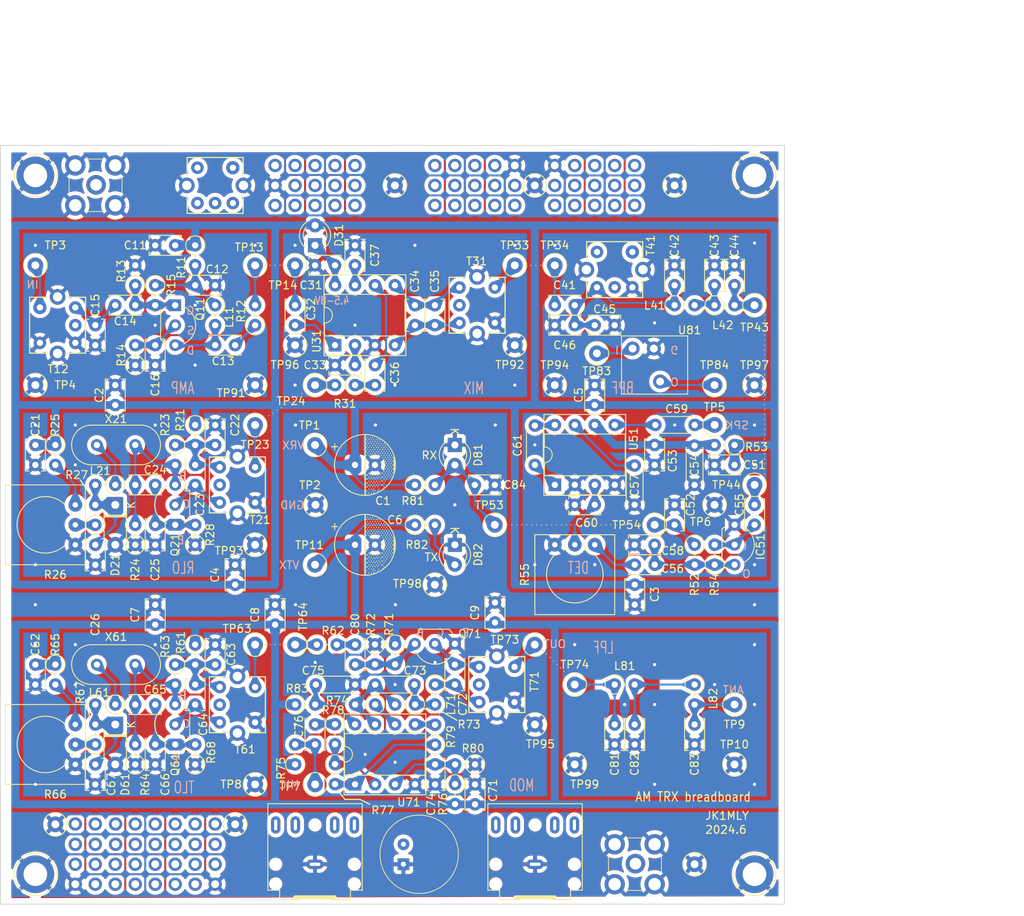
<source format=kicad_pcb>
(kicad_pcb (version 20221018) (generator pcbnew)
  (layers (0 "F.Cu" signal) (31 "B.Cu" signal) (34 "B.Paste" user) (35 "F.Paste" user) (36 "B.SilkS" user "B.Silkscreen") (37 "F.SilkS" user "F.Silkscreen") (38 "B.Mask" user) (39 "F.Mask" user) (44 "Edge.Cuts" user))
  (net 0 "")
  (net 1 "+9V")
  (net 2 "GND")
  (net 3 "Net-(Q11-D)")
  (net 4 "Net-(T12-PR1)")
  (net 5 "Net-(Q11-G)")
  (net 6 "Net-(Q11-S)")
  (net 7 "Net-(T21-PR1)")
  (net 8 "Net-(Q21-C)")
  (net 9 "Net-(Q21-B)")
  (net 10 "Net-(Q21-E)")
  (net 11 "Net-(D21-K)")
  (net 12 "Net-(T31-PR1)")
  (net 13 "Net-(D31-K)")
  (net 14 "Net-(C32-Pad1)")
  (net 15 "Net-(U31-INA)")
  (net 16 "Net-(C36-Pad1)")
  (net 17 "Net-(U31-INB)")
  (net 18 "Net-(T31-S2)")
  (net 19 "Net-(C43-Pad1)")
  (net 20 "Net-(C44-Pad1)")
  (net 21 "Net-(U51-V+)")
  (net 22 "Net-(IC51-IN)")
  (net 23 "Net-(IC51-OUT)")
  (net 24 "Net-(C56-Pad2)")
  (net 25 "Net-(U51-BYPASS)")
  (net 26 "Net-(C59-Pad1)")
  (net 27 "Net-(C59-Pad2)")
  (net 28 "Net-(U51-+)")
  (net 29 "Net-(C61-Pad1)")
  (net 30 "Net-(C61-Pad2)")
  (net 31 "Net-(L21-Pad1)")
  (net 32 "Net-(T21-S2)")
  (net 33 "Net-(R25-Pad2)")
  (net 34 "Net-(R26-Pad2)")
  (net 36 "Net-(T12-S2)")
  (net 40 "Net-(T41-PR1)")
  (net 43 "Net-(T61-PR1)")
  (net 44 "Net-(Q61-C)")
  (net 45 "Net-(Q61-B)")
  (net 46 "Net-(Q61-E)")
  (net 47 "Net-(D61-K)")
  (net 48 "Net-(C73-Pad1)")
  (net 49 "Net-(T31-PR2)")
  (net 50 "Net-(U31-OSCB)")
  (net 51 "Net-(C76-Pad1)")
  (net 52 "Net-(U31-OSCE)")
  (net 53 "Net-(U71A-+)")
  (net 54 "Net-(U71C-V+)")
  (net 55 "Net-(C80-Pad1)")
  (net 56 "Net-(Q71-B)")
  (net 57 "Net-(T71-S2)")
  (net 58 "Net-(C82-Pad1)")
  (net 59 "Net-(C83-Pad1)")
  (net 60 "Net-(L61-Pad1)")
  (net 61 "Net-(Q71-C)")
  (net 62 "Net-(T61-S2)")
  (net 63 "Net-(R65-Pad2)")
  (net 64 "Net-(R66-Pad2)")
  (net 67 "Net-(C76-Pad2)")
  (net 68 "Net-(R62-Pad1)")
  (net 69 "Net-(R12-Pad2)")
  (net 70 "Net-(C52-Pad1)")
  (net 71 "Net-(C41-Pad1)")
  (net 72 "Net-(C81-Pad1)")
  (net 73 "Net-(C55-Pad1)")
  (net 74 "Net-(U81-IN)")
  (net 75 "Net-(U81-OUT)")
  (net 116 "Net-(T71-PR2)")
  (net 117 "Net-(C73-Pad2)")
  (net 118 "+9VA")
  (net 119 "Net-(D81-A)")
  (net 120 "Net-(D82-A)")
  (net 163 "Net-(C12-Pad1)")
  (net 164 "Net-(C13-Pad1)")
  (net 167 "Net-(R31-Pad2)")
  (net 168 "Net-(U71B--)")
  (net 169 "Net-(U71A--)")
  (net 170 "Net-(R77-Pad2)")
  (net 171 "Net-(U71B-+)")
  (footprint "usr-Library:TestPoint_Drill3mm" (layer "F.Cu") (at 180.34 133.35)
    (fp_text reference "Z3" hide)
    (fp_text value "TestPoint")
  )
  (footprint "usr-Library:R_Axial_DIN0207_L6.3mm_D2.2mm_P2.54mm_Vertical" (layer "F.Cu") (at 213.381685 111.76)
    (fp_text reference "R83")
    (fp_text value "10")
  )
  (footprint "usr-Library:R_Axial_DIN0207_L6.3mm_D2.2mm_P2.54mm_Vertical" (layer "F.Cu") (at 193.04 91.44 90)
    (fp_text reference "R24")
    (fp_text value "47k")
  )
  (footprint "TestPoint:TestPoint_Loop_D2.50mm_Drill1.0mm" (layer "F.Cu") (at 213.36 104.14)
    (fp_text reference "TP64")
    (fp_text value "TestPoint")
  )
  (footprint "TestPoint:TestPoint_Loop_D2.50mm_Drill1.0mm" (layer "F.Cu") (at 208.28 121.92)
    (fp_text reference "TP8")
    (fp_text value "TestPoint")
  )
  (footprint "usr-Library:C_Disc_P2.54mm" (layer "F.Cu") (at 210.82 101.6 90)
    (fp_text reference "C8")
    (fp_text value "0.1u")
  )
  (footprint "usr-Library:C_Disc_P5.12mm" (layer "F.Cu") (at 264.16 78.82 -90)
    (fp_text reference "C54")
    (fp_text value "10u")
  )
  (footprint "TestPoint:TestPoint_Loop_D2.50mm_Drill1.0mm" (layer "F.Cu") (at 208.28 71.12)
    (fp_text reference "TP91")
    (fp_text value "TestPoint")
  )
  (footprint "usr-Library:R_Axial_DIN0207_L6.3mm_D2.2mm_P2.54mm_Vertical" (layer "F.Cu") (at 231.161685 109.22 -90)
    (fp_text reference "L71")
    (fp_text value "10u")
  )
  (footprint "usr-Library:R_Axial_DIN0207_L6.3mm_D2.2mm_P2.54mm_Vertical" (layer "F.Cu") (at 190.5 111.76 180)
    (fp_text reference "L61")
    (fp_text value "10u")
  )
  (footprint "Package_TO_SOT_THT:TO-92_Inline_Wide" (layer "F.Cu") (at 198.12 116.84 90)
    (fp_text reference "Q61")
    (fp_text value "2SC1959")
  )
  (footprint "usr-Library:C_Disc_P2.54mm" (layer "F.Cu") (at 195.58 66.04 -90)
    (fp_text reference "C16")
    (fp_text value "1000p")
  )
  (footprint "usr-Library:univ_04x08" (layer "F.Cu") (at 185.42 132.08 90)
    (fp_text reference "J85" hide)
    (fp_text value "Univ_04x08")
  )
  (footprint "Package_DIP:DIP-8_W7.62mm_Socket" (layer "F.Cu") (at 220.99 121.91 90)
    (fp_text reference "U71")
    (fp_text value "LM358")
  )
  (footprint "LED_THT:LED_D3.0mm" (layer "F.Cu") (at 233.68 91.44 -90)
    (fp_text reference "D82")
    (fp_text value "LED")
  )
  (footprint "usr-Library:R_Axial_DIN0207_L6.3mm_D2.2mm_P2.54mm_Vertical" (layer "F.Cu") (at 223.541685 111.76 180)
    (fp_text reference "R74")
    (fp_text value "10")
  )
  (footprint "usr-Library:C_Disc_P2.54mm" (layer "F.Cu") (at 220.98 55.88 90)
    (fp_text reference "C37")
    (fp_text value "150p")
  )
  (footprint "TestPoint:TestPoint_Loop_D2.50mm_Drill1.0mm" (layer "F.Cu") (at 182.88 127)
    (fp_text reference "TP86" hide)
    (fp_text value "TestPoint")
  )
  (footprint "usr-Library:coil_7mm" (layer "F.Cu") (at 203.2 45.72 90)
    (fp_text reference "T1" hide)
    (fp_text value "7T50")
  )
  (footprint "TestPoint:TestPoint_Loop_D2.50mm_Drill1.0mm" (layer "F.Cu") (at 215.9 71.12)
    (fp_text reference "TP24")
    (fp_text value "TestPoint")
  )
  (footprint "usr-Library:univ_03x05" (layer "F.Cu") (at 246.38 45.72 90)
    (fp_text reference "J83" hide)
    (fp_text value "Univ_03x05")
  )
  (footprint "usr-Library:R_Axial_DIN0207_L6.3mm_D2.2mm_P2.54mm_Vertical" (layer "F.Cu") (at 236.249 119.38 180)
    (fp_text reference "R80")
    (fp_text value "100k")
  )
  (footprint "usr-Library:C_Disc_P2.54mm" (layer "F.Cu") (at 180.34 78.74 -90)
    (fp_text reference "C21")
    (fp_text value "0.1u")
  )
  (footprint "usr-Library:C_Disc_P2.54mm" (layer "F.Cu") (at 228.6 60.96 -90)
    (fp_text reference "C34")
    (fp_text value "150p")
  )
  (footprint "TestPoint:TestPoint_Loop_D2.50mm_Drill1.0mm" (layer "F.Cu") (at 226.06 45.72)
    (fp_text reference "TP85" hide)
    (fp_text value "TestPoint")
  )
  (footprint "usr-Library:R_Axial_DIN0207_L6.3mm_D2.2mm_P2.54mm_Vertical" (layer "F.Cu") (at 208.28 63.5 90)
    (fp_text reference "R12")
    (fp_text value "100")
  )
  (footprint "usr-Library:C_Disc_P2.54mm" (layer "F.Cu") (at 271.79 86.35 -90)
    (fp_text reference "C55")
    (fp_text value "0.1u")
  )
  (footprint "usr-Library:C_Disc_P5.12mm" (layer "F.Cu") (at 243.85 81.27 90)
    (fp_text reference "C61")
    (fp_text value "10u")
  )
  (footprint "usr-Library:C_Disc_P2.54mm" (layer "F.Cu") (at 200.66 81.28 -90)
    (fp_text reference "C23")
    (fp_text value "10p")
  )
  (footprint "usr-Library:C_Disc_P2.54mm" (layer "F.Cu") (at 215.9 116.84 90)
    (fp_text reference "C76")
    (fp_text value "0.1u")
  )
  (footprint "usr-Library:R_Axial_DIN0207_L6.3mm_D2.2mm_P2.54mm_Vertical" (layer "F.Cu") (at 226.081685 104.111 -90)
    (fp_text reference "R71")
    (fp_text value "47k")
  )
  (footprint "usr-Library:R_Axial_DIN0207_L6.3mm_D2.2mm_P2.54mm_Vertical" (layer "F.Cu") (at 216.125 104.14)
    (fp_text reference "R62")
    (fp_text value "100")
  )
  (footprint "usr-Library:R_Axial_DIN0207_L6.3mm_D2.2mm_P2.54mm_Vertical" (layer "F.Cu") (at 200.66 53.34 -90)
    (fp_text reference "R11")
    (fp_text value "100")
  )
  (footprint "TestPoint:TestPoint_Loop_D2.50mm_Drill1.0mm" (layer "F.Cu") (at 243.84 104.14)
    (fp_text reference "TP73")
    (fp_text value "TestPoint")
  )
  (footprint "usr-Library:TestPoint_Drill3mm" (layer "F.Cu") (at 271.78 44.45)
    (fp_text reference "Z1" hide)
    (fp_text value "TestPoint")
  )
  (footprint "usr-Library:C_Disc_P2.54mm" (layer "F.Cu") (at 218.44 68.58)
    (fp_text reference "C33")
    (fp_text value "100p")
  )
  (footprint "usr-Library:R_Axial_DIN0207_L6.3mm_D2.2mm_P2.54mm_Vertical" (layer "F.Cu") (at 193.04 119.38 90)
    (fp_text reference "R64")
    (fp_text value "47k")
  )
  (footprint "TestPoint:TestPoint_Loop_D2.50mm_Drill1.0mm" (layer "F.Cu") (at 213.36 66.04)
    (fp_text reference "TP96")
    (fp_text value "TestPoint")
  )
  (footprint "usr-Library:C_Disc_P2.54mm" (layer "F.Cu") (at 195.58 116.84 -90)
    (fp_text reference "C66")
    (fp_text value "33p")
  )
  (footprint "usr-Library:R_Axial_DIN0207_L6.3mm_D2.2mm_P2.54mm_Vertical" (layer "F.Cu") (at 200.66 119.38 90)
    (fp_text reference "R68")
    (fp_text value "2.2k")
  )
  (footprint "usr-Library:C_Disc_P2.54mm" (layer "F.Cu") (at 261.62 88.89 90)
    (fp_text reference "C52")
    (fp_text value "0.1u")
  )
  (footprint "Package_TO_SOT_THT:TO-92_Inline_Wide" (layer "F.Cu") (at 198.12 60.96 -90)
    (fp_text reference "Q11")
    (fp_text value "BF256B")
  )
  (footprint "usr-Library:C_Disc_P2.54mm" (layer "F.Cu") (at 236.241685 121.92 -90)
    (fp_text reference "C71")
    (fp_text value "0.1u")
  )
  (footprint "TestPoint:TestPoint_Loop_D2.50mm_Drill1.0mm" (layer "F.Cu") (at 215.9 78.74 180)
    (fp_text reference "TP1")
    (fp_text value "TestPoint")
  )
  (footprint "usr-Library:C_Disc_P2.54mm" (layer "F.Cu") (at 269.24 58.42 90)
    (fp_text reference "C44")
    (fp_text value "220p")
  )
  (footprint "usr-Library:C_Disc_P2.54mm" (layer "F.Cu") (at 248.93 86.35)
    (fp_text reference "C60")
    (fp_text value "0.1u")
  )
  (footprint "usr-Library:C_Disc_P2.54mm" (layer "F.Cu") (at 203.2 76.2 -90)
    (fp_text reference "C22")
    (fp_text value "1000p")
  )
  (footprint "digikey-footprints:Mic_CMA-4544PF-W" (layer "F.Cu") (at 229.14 130.81 180)
    (fp_text reference "U1" hide)
    (fp_text value "Microphone")
  )
  (footprint "usr-Library:R_Axial_DIN0207_L6.3mm_D2.2mm_P2.54mm_Vertical" (layer "F.Cu") (at 200.66 76.2 -90)
    (fp_text reference "R21")
    (fp_text value "100")
  )
  (footprint "usr-Library:C_Disc_P2.54mm" (layer "F.Cu") (at 233.68 106.68 -90)
    (fp_text reference "C72")
    (fp_text value "15p")
  )
  (footprint "usr-Library:R_Axial_DIN0207_L6.3mm_D2.2mm_P2.54mm_Vertical" (layer "F.Cu") (at 269.24 78.74 180)
    (fp_text reference "R53")
    (fp_text value "10")
  )
  (footprint "usr-Library:C_Disc_P5.12mm" (layer "F.Cu") (at 259.17 76.19)
    (fp_text reference "C59")
    (fp_text value "10u")
  )
  (footprint "digikey-footprints:RF_SMA_Vertical_5-1814832-1" (layer "F.Cu") (at 256.54 132.08)
    (fp_text reference "J3" hide)
    (fp_text value "Conn_Coaxial")
  )
  (footprint "TestPoint:TestPoint_Loop_D2.50mm_Drill1.0mm" (layer "F.Cu") (at 243.84 45.72)
    (fp_text reference "TP87" hide)
    (fp_text value "TestPoint")
  )
  (footprint "Diode_THT:D_T-1_P5.08mm_Horizontal" (layer "F.Cu") (at 190.5 86.36 -90)
    (fp_text reference "D21")
    (fp_text value "1SV161")
  )
  (footprint "TestPoint:TestPoint_Loop_D2.50mm_Drill1.0mm" (layer "F.Cu") (at 266.71 76.19 180)
    (fp_text reference "TP5")
    (fp_text value "TestPoint")
  )
  (footprint "Crystal:Crystal_HC49-U_Vertical" (layer "F.Cu") (at 188.16 106.68)
    (fp_text reference "X61")
    (fp_text value "50.1M")
  )
  (footprint "TestPoint:TestPoint_Loop_D2.50mm_Drill1.0mm" (layer "F.Cu") (at 266.7 86.36 180)
    (fp_text reference "TP6")
    (fp_text value "TestPoint")
  )
  (footprint "TestPoint:TestPoint_Loop_D2.50mm_Drill1.0mm" (layer "F.Cu") (at 248.92 119.38)
    (fp_text reference "TP99")
    (fp_text value "TestPoint")
  )
  (footprint "TestPoint:TestPoint_Loop_D2.50mm_Drill1.0mm" (layer "F.Cu") (at 271.79 83.81 180)
    (fp_text reference "TP44")
    (fp_text value "TestPoint")
  )
  (footprint "usr-Library:C_Disc_P2.54mm" (layer "F.Cu") (at 256.54 114.3 -90)
    (fp_text reference "C82")
    (fp_text value "220p")
  )
  (footprint "usr-Library:R_Axial_DIN0207_L6.3mm_D2.2mm_P2.54mm_Vertical" (layer "F.Cu") (at 264.17 91.43 -90)
    (fp_text reference "R52")
    (fp_text value "47k")
  )
  (footprint "usr-Library:R_Axial_DIN0207_L6.3mm_D2.2mm_P2.54mm_Vertical" (layer "F.Cu") (at 231.161685 116.869 90)
    (fp_text reference "R79")
    (fp_text value "10")
  )
  (footprint "usr-Library:C_Disc_P2.54mm" (layer "F.Cu") (at 231.14 60.96 -90)
    (fp_text reference "C35")
    (fp_text value "150p")
  )
  (footprint "LED_THT:LED_D3.0mm" (layer "F.Cu") (at 215.9 53.34 90)
    (fp_text reference "D31")
    (fp_text value "LED")
  )
  (footprint "Crystal:Crystal_HC49-U_Vertical" (layer "F.Cu") (at 188.16 78.74)
    (fp_text reference "X21")
    (fp_text value "50.1M")
  )
  (footprint "TestPoint:TestPoint_Loop_D2.50mm_Drill1.0mm" (layer "F.Cu") (at 208.28 76.2)
    (fp_text reference "TP23")
    (fp_text value "TestPoint")
  )
  (footprint "usr-Library:R_Axial_DIN0207_L6.3mm_D2.2mm_P2.54mm_Vertical" (layer "F.Cu") (at 203.2 60.96 -90)
    (fp_text reference "L11")
    (fp_text value "10u")
  )
  (footprint "usr-Library:coil_7mm" (layer "F.Cu") (at 206.03 83.82)
    (fp_text reference "T21")
    (fp_text value "7T50")
  )
  (footprint "usr-Library:C_Disc_P2.54mm" (layer "F.Cu") (at 246.38 60.96)
    (fp_text reference "C41")
    (fp_text value "1000p")
  )
  (footprint "usr-Library:R_Axial_DIN0207_L6.3mm_D2.2mm_P2.54mm_Vertical" (layer "F.Cu") (at 213.371685 119.38 90)
    (fp_text reference "R75")
    (fp_text value "22k")
  )
  (footprint "usr-Library:C_Disc_P2.54mm" (layer "F.Cu") (at 200.66 109.22 -90)
    (fp_text reference "C64")
    (fp_text value "10p")
  )
  (footprint "TestPoint:TestPoint_Loop_D2.50mm_Drill1.0mm" (layer "F.Cu") (at 238.76 88.9 180)
    (fp_text reference "TP53")
    (fp_text value "TestPoint")
  )
  (footprint "usr-Library:C_Disc_P2.54mm" (layer "F.Cu") (at 195.58 101.6 90)
    (fp_text reference "C7")
    (fp_text value "0.1u")
  )
  (footprint "usr-Library:C_Disc_P2.54mm" (layer "F.Cu") (at 264.16 114.3 -90)
    (fp_text reference "C83")
    (fp_text value "220p")
  )
  (footprint "Package_TO_SOT_THT:TO-92_Inline_Wide" (layer "F.Cu") (at 198.12 88.9 90)
    (fp_text reference "Q21")
    (fp_text value "2SC1959")
  )
  (footprint "usr-Library:CF-3P" (layer "F.Cu") (at 259.0784 68.5718 180)
    (fp_text reference "U81")
    (fp_text value "CF-455")
  )
  (footprint "TestPoint:TestPoint_Loop_D2.50mm_Drill1.0mm" (layer "F.Cu") (at 241.3 66.04)
    (fp_text reference "TP92")
    (fp_text value "TestPoint")
  )
  (footprint "TestPoint:TestPoint_Loop_D2.50mm_Drill1.0mm" (layer "F.Cu") (at 266.7 71.12)
    (fp_text reference "TP84")
    (fp_text value "TestPoint")
  )
  (footprint "usr-Library:C_Disc_P2.54mm" (layer "F.Cu") (at 190.5 73.66 90)
    (fp_text reference "C2")
    (fp_text value "0.1u")
  )
  (footprint "usr-Library:C_Disc_P2.54mm" (layer "F.Cu") (at 238.781685 101.324315 90)
    (fp_text reference "C9")
    (fp_text value "0.1u")
  )
  (footprint "usr-Library:C_Disc_P2.54mm" (layer "F.Cu") (at 193.04 111.76)
    (fp_text reference "C65")
    (fp_text value "33p")
  )
  (footprint "TestPoint:TestPoint_Loop_D2.50mm_Drill1.0mm" (layer "F.Cu") (at 180.34 55.88)
    (fp_text reference "TP3")
    (fp_text value "TestPoint")
  )
  (footprint "usr-Library:C_Disc_P2.54mm" (layer "F.Cu") (at 205.74 66.04 180)
    (fp_text reference "C13")
    (fp_text value "15p")
  )
  (footprint "usr-Library:R_Axial_DIN0207_L6.3mm_D2.2mm_P2.54mm_Vertical" (layer "F.Cu") (at 182.88 106.68 -90)
    (fp_text reference "R65")
    (fp_text value "100")
  )
  (footprint "usr-Library:R_Axial_DIN0207_L6.3mm_D2.2mm_P2.54mm_Vertical" (layer "F.Cu") (at 266.71 93.97 90)
    (fp_text reference "R54")
    (fp_text value "100k")
  )
  (footprint "LED_THT:LED_D3.0mm" (layer "F.Cu") (at 233.68 78.74 -90)
    (fp_text reference "D81")
    (fp_text value "LED")
  )
  (footprint "usr-Library:R_Axial_DIN0207_L6.3mm_D2.2mm_P2.54mm_Vertical" (layer "F.Cu") (at 193.04 68.58 90)
    (fp_text reference "R14")
    (fp_text value "100")
  )
  (footprint "usr-Library:R_Axial_DIN0207_L6.3mm_D2.2mm_P2.54mm_Vertical" (layer "F.Cu") (at 187.96 88.9 90)
    (fp_text reference "R27")
    (fp_text value "10k")
  )
  (footprint "usr-Library:Potentiometer_1" (layer "F.Cu") (at 246.39 95.24 -90)
    (fp_text reference "R55")
    (fp_text value "10k")
  )
  (footprint "TestPoint:TestPoint_Loop_D2.50mm_Drill1.0mm" (layer "F.Cu") (at 259.08 88.9 180)
    (fp_text reference "TP54")
    (fp_text value "TestPoint")
  )
  (footprint "TestPoint:TestPoint_Loop_D2.50mm_Drill1.0mm" (layer "F.Cu") (at 251.735 67.085)
    (fp_text reference "TP83")
    (fp_text value "TestPoint")
  )
  (footprint "digikey-footprints:RF_SMA_Vertical_5-1814832-1" (layer "F.Cu") (at 187.96 45.72)
    (fp_text reference "J4" hide)
    (fp_text value "Conn_Coaxial")
  )
  (footprint "TestPoint:TestPoint_Loop_D2.50mm_Drill1.0mm" (layer "F.Cu") (at 215.9 93.98 180)
    (fp_text reference "TP11")
    (fp_text value "TestPoint")
  )
  (footprint "usr-Library:C_Disc_P2.54mm" (layer "F.Cu") (at 213.36 60.96 -90)
    (fp_text reference "C32")
    (fp_text value "100p")
  )
  (footprint "usr-Library:R_Axial_DIN0207_L6.3mm_D2.2mm_P2.54mm_Vertical" (layer "F.Cu") (at 193.04 58.42 90)
    (fp_text reference "R13")
    (fp_text value "100k")
  )
  (footprint "usr-Library:CP_Radial_D7.5mm_P2.54mm_dot" (layer "F.Cu") (at 222.25 81.28)
    (fp_text reference "C1")
    (fp_text value "100u")
  )
  (footprint "usr-Library:C_Disc_P2.54mm" (layer "F.Cu") (at 236.22 83.82)
    (fp_text reference "C84")
    (fp_text value "0.1u")
  )
  (footprint "usr-Library:C_Disc_P2.54mm" (layer "F.Cu") (at 266.7 58.42 90)
    (fp_text reference "C43")
    (fp_text value "220p")
  )
  (footprint "usr-Library:C_Disc_P2.54mm" (layer "F.Cu") (at 200.66 58.42)
    (fp_text reference "C12")
    (fp_text value "1000p")
  )
  (footprint "Diode_THT:D_T-1_P5.08mm_Horizontal" (layer "F.Cu") (at 190.5 114.3 -90)
    (fp_text reference "D61")
    (fp_text value "1SV161")
  )
  (footprint "Package_TO_SOT_THT:TO-92_Inline_Wide" (layer "F.Cu") (at 269.25 88.89 -90)
    (fp_text reference "IC51")
    (fp_text value "UTC7642")
  )
  (footprint "usr-Library:C_Disc_P2.54mm" (layer "F.Cu") (at 269.24 81.28 180)
    (fp_text reference "C51")
    (fp_text value "0.1u")
  )
  (footprint "usr-Library:R_Axial_DIN0207_L6.3mm_D2.2mm_P2.54mm_Vertical" (layer "F.Cu") (at 228.6 83.82)
    (fp_text reference "R81")
    (fp_text value "1k")
  )
  (footprint "usr-Library:R_Axial_DIN0207_L6.3mm_D2.2mm_P2.54mm_Vertical" (layer "F.Cu") (at 228.621685 111.76 180)
    (fp_text reference "R73")
    (fp_text value "220")
  )
  (footprint "usr-Library:R_Axial_DIN0207_L6.3mm_D2.2mm_P2.54mm_Vertical" (layer "F.Cu") (at 190.5 83.82 180)
    (fp_text reference "L21")
    (fp_text value "10u")
  )
  (footprint "usr-Library:C_Disc_P2.54mm" (layer "F.Cu") (at 205.74 96.52 90)
    (fp_text reference "C4")
    (fp_text value "0.1u")
  )
  (footprint "usr-Library:C_Disc_P2.54mm" (layer "F.Cu") (at 256.55 96.51 -90)
    (fp_text reference "C3")
    (fp_text value "0.1u")
  )
  (footprint "TestPoint:TestPoint_Loop_D2.50mm_Drill1.0mm" (layer "F.Cu") (at 208.28 104.14)
    (fp_text reference "TP63")
    (fp_text value "TestPoint")
  )
  (footprint "usr-Library:R_Axial_DIN0207_L6.3mm_D2.2mm_P2.54mm_Vertical" (layer "F.Cu") (at 200.66 104.14 -90)
    (fp_text reference "R61")
    (fp_text value "100")
  )
  (footprint "usr-Library:univ_03x05" (layer "F.Cu") (at 210.82 45.72 90)
    (fp_text reference "J82" hide)
    (fp_text value "Univ_03x05")
  )
  (footprint "TestPoint:TestPoint_Loop_D2.50mm_Drill1.0mm" (layer "F.Cu") (at 215.911685 121.92)
    (fp_text reference "TP7")
    (fp_text value "TestPoint")
  )
  (footprint "usr-Library:C_Disc_P2.54mm" (layer "F.Cu") (at 231.161685 119.38 -90)
    (fp_text reference "C74")
    (fp_text value "0.1u")
  )
  (footprint "usr-Library:CP_Radial_D7.5mm_P2.54mm_dot" (layer "F.Cu") (at 222.25 91.44)
    (fp_text reference "C6")
    (fp_text value "100u")
  )
  (footprint "usr-Library:R_Axial_DIN0207_L6.3mm_D2.2mm_P2.54mm_Vertical" (layer "F.Cu") (at 228.6 88.9)
    (fp_text reference "R82")
    (fp_text value "1k")
  )
  (footprint "usr-Library:R_Axial_DIN0207_L6.3mm_D2.2mm_P2.54mm_Vertical" (layer "F.Cu") (at 266.7 60.96)
    (fp_text reference "L42")
    (fp_text value "15u")
  )
  (footprint "TestPoint:TestPoint_Loop_D2.50mm_Drill1.0mm" (layer "F.Cu") (at 243.861685 114.3)
    (fp_text reference "TP95")
    (fp_text value "TestPoint")
  )
  (footprint "usr-Library:R_Axial_DIN0207_L6.3mm_D2.2mm_P2.54mm_Vertical" (layer "F.Cu") (at 223.52 104.111 -90)
    (fp_text reference "R72")
    (fp_text value "47k")
  )
  (footprint "usr-Library:C_Disc_P2.54mm" (layer "F.Cu") (at 187.96 63.5 -90)
    (fp_text reference "C15")
    (fp_text value "15p")
  )
  (footprint "TestPoint:TestPoint_Loop_D2.50mm_Drill1.0mm" (layer "F.Cu") (at 271.78 71.12)
    (fp_text reference "TP97")
    (fp_text value "TestPoint")
  )
  (footprint "TestPoint:TestPoint_Loop_D2.50mm_Drill1.0mm" (layer "F.Cu") (at 208.28 55.881)
    (fp_text reference "TP13")
    (fp_text value "TestPoint")
  )
  (footprint "Package_DIP:DIP-8_W7.62mm_Socket" (layer "F.Cu") (at 218.44 66.04 90)
    (fp_text reference "U31")
    (fp_text value "SA612")
  )
  (footprint "usr-Library:R_Axial_DIN0207_L6.3mm_D2.2mm_P2.54mm_Vertical" (layer "F.Cu") (at 198.12 106.68 -90)
    (fp_text reference "R63")
    (fp_text value "47k")
  )
  (footprint "usr-Library:R_Axial_DIN0207_L6.3mm_D2.2mm_P2.54mm_Vertical" (layer "F.Cu") (at 218.44 114.271 -90)
    (fp_text reference "R78")
    (fp_text value "10")
  )
  (footprint "usr-Library:coil_7mm" (layer "F.Cu") (at 239.014 109.22)
    (fp_text reference "T71")
    (fp_text value "7S50")
  )
  (footprint "usr-Library:C_Disc_P2.54mm" (layer "F.Cu") (at 223.52 71.12 90)
    (fp_text reference "C36")
    (fp_text value "100p")
  )
  (footprint "usr-Library:C_Disc_P2.54mm" (layer "F.Cu") (at 187.96 119.38 -90)
    (fp_text reference "C67")
    (fp_text value "5p")
  )
  (footprint "usr-Library:coil_7mm" (layer "F.Cu") (at 254 56.4346 90)
    (fp_text reference "T41")
    (fp_text value "7S1R0")
  )
  (footprint "usr-Library:C_Disc_P2.54mm" (layer "F.Cu") (at 256.54 91.44)
    (fp_text reference "C58")
    (fp_text value "0.1u")
  )
  (footprint "usr-Library:R_Axial_DIN0207_L6.3mm_D2.2mm_P2.54mm_Vertical" (layer "F.Cu") (at 218.44 119.351 -90)
    (fp_text reference "R77")
    (fp_text value "10")
  )
  (footprint "usr-Library:R_Axial_DIN0207_L6.3mm_D2.2mm_P2.54mm_Vertical" (layer "F.Cu") (at 261.62 60.96)
    (fp_text reference "L41")
    (fp_text value "15u")
  )
  (footprint "usr-Library:C_Disc_P2.54mm" (layer "F.Cu") (at 203.2 104.14 -90)
    (fp_text reference "C63")
    (fp_text value "1000p")
  )
  (footprint "TestPoint:TestPoint_Loop_D2.50mm_Drill1.0mm" (layer "F.Cu") (at 241.3 55.88)
    (fp_text reference "TP33")
    (fp_text value "TestPoint")
  )
  (footprint "usr-Library:C_Disc_P2.54mm" (layer "F.Cu") (at 254 114.3 -90)
    (fp_text reference "C81")
    (fp_text value "220p")
  )
  (footprint "usr-Library:coil_7mm" (layer "F.Cu") (at 206.03 111.7854)
    (fp_text reference "T61")
    (fp_text value "7T50")
  )
  (footprint "TestPoint:TestPoint_Loop_D2.50mm_Drill1.0mm" (layer "F.Cu") (at 269.24 119.38)
    (fp_text reference "TP10")
    (fp_text value "TestPoint")
  )
  (footprint "usr-Library:C_Disc_P2.54mm" (layer "F.Cu") (at 190.5 60.96)
    (fp_text reference "C14")
    (fp_text value "1000p")
  )
  (footprint "TestPoint:TestPoint_Loop_D2.50mm_Drill1.0mm" (layer "F.Cu") (at 205.74 127)
    (fp_text reference "TP82" hide)
    (fp_text value "TestPoint")
  )
  (footprint "usr-Library:R_Axial_DIN0207_L6.3mm_D2.2mm_P2.54mm_Vertical" (layer "F.Cu") (at 195.58 58.42 -90)
    (fp_text reference "R15")
    (fp_text value "100k")
  )
  (footprint "usr-Library:C_Disc_P2.54mm" (layer "F.Cu") (at 251.46 73.66 90)
    (fp_text reference "C5")
    (fp_text value "0.1u")
  )
  (footprint "usr-Library:R_Axial_DIN0207_L6.3mm_D2.2mm_P2.54mm_Vertical" (layer "F.Cu") (at 198.12 78.74 -90)
    (fp_text reference "R23")
    (fp_text value "47k")
  )
  (footprint "usr-Library:R_Axial_DIN0207_L6.3mm_D2.2mm_P2.54mm_Vertical" (layer "F.Cu") (at 220.98 71.12 180)
    (fp_text reference "R31")
    (fp_text value "100")
  )
  (footprint "TestPoint:TestPoint_Loop_D2.50mm_Drill1.0mm" (layer "F.Cu") (at 231.14 96.52 180)
    (fp_text reference "TP98")
    (fp_text value "TestPoint")
  )
  (footprint "usr-Library:R_Axial_DIN0207_L6.3mm_D2.2mm_P2.54mm_Vertical" (layer "F.Cu") (at 182.88 78.74 -90)
    (fp_text reference "R25")
    (fp_text value "100")
  )
  (footprint "Connector_Audio:Jack_3.5mm_CUI_SJ1-3525N_Horizontal" (layer "F.Cu") (at 215.9 132.08)
    (fp_text reference "J1" hide)
    (fp_text value "AudioJack2_Ground")
  )
  (footprint "usr-Library:C_Disc_P2.54mm" (layer "F.Cu") (at 248.92 63.5 180)
    (fp_text reference "C46")
    (fp_text value "150p")
  )
  (footprint "usr-Library:C_Disc_P2.54mm" (layer "F.Cu") (at 261.62 58.42 90)
    (fp_text reference "C42")
    (fp_text value "220p")
  )
  (footprint "usr-Library:TestPoint_Drill3mm" (layer "F.Cu") (at 180.34 44.45)
    (fp_text reference "Z4" hide)
    (fp_text value "TestPoint")
  )
  (footprint "TestPoint:TestPoint_Loop_D2.50mm_Drill1.0mm" (layer "F.Cu") (at 264.16 132.08)
    (fp_text reference "TP88" hide)
    (fp_text value "TestPoint")
  )
  (footprint "usr-Library:C_Disc_P2.54mm" (layer "F.Cu") (at 259.09 93.97 180)
    (fp_text reference "C56")
    (fp_text value "0.1u")
  )
  (footprint "usr-Library:R_Axial_DIN0207_L6.3mm_D2.2mm_P2.54mm_Vertical" (layer "F.Cu") (at 233.701685 121.891 -90)
    (fp_text reference "R76")
    (fp_text value "100k")
  )
  (footprint "usr-Library:C_Disc_P2.54mm" (layer "F.Cu") (at 259.08 78.74 -90)
    (fp_text reference "C53")
    (fp_text value "0.1u")
  )
  (footprint "TestPoint:TestPoint_Loop_D2.50mm_Drill1.0mm" (layer "F.Cu") (at 180.34 71.12)
    (fp_text reference "TP4")
    (fp_text value "TestPoint")
  )
  (footprint "usr-Library:C_Disc_P2.54mm" (layer "F.Cu") (at 198.12 53.34 180)
    (fp_text reference "C11")
    (fp_text value "0.1u")
  )
  (footprint "TestPoint:TestPoint_Loop_D2.50mm_Drill1.0mm" (layer "F.Cu") (at 213.36 55.88)
    (fp_text reference "TP14")
    (fp_text value "TestPoint")
  )
  (footprint "usr-Library:C_Disc_P2.54mm" (layer "F.Cu") (at 193.04 83.82)
    (fp_text reference "C24")
    (fp_text value "33p")
  )
  (footprint "usr-Library:R_Axial_DIN0207_L6.3mm_D2.2mm_P2.54mm_Vertical" (layer "F.Cu") (at 200.66 91.44 90)
    (fp_text reference "R28")
    (fp_text value "2.2k")
  )
  (footprint "TestPoint:TestPoint_Loop_D2.50mm_Drill1.0mm" (layer "F.Cu") (at 246.38 55.88)
    (fp_text reference "TP34")
    (fp_text value "TestPoint")
  )
  (footprint "usr-Library:univ_03x05" (layer "F.Cu") (at 231.14 45.72 90)
    (fp_text reference "J81" hide)
    (fp_text value "Univ_03x05")
  )
  (footprint "usr-Library:Potentiometer_1" (layer "F.Cu") (at 181.61 86.36 180)
    (fp_text reference "R26")
    (fp_text value "1k")
  )
  (footprint "usr-Library:C_Disc_P5.12mm" (layer "F.Cu") (at 256.54 81.35 -90)
    (fp_text reference "C57")
    (fp_text value "10u")
  )
  (footprint "usr-Library:R_Axial_DIN0207_L6.3mm_D2.2mm_P2.54mm_Vertical" (layer "F.Cu") (at 254 109.22)
    (fp_text reference "L81")
    (fp_text value "15u")
  )
  (footprint "TestPoint:TestPoint_Loop_D2.50mm_Drill1.0mm" (layer "F.Cu") (at 208.28 91.44)
    (fp_text reference "TP93")
    (fp_text value "TestPoint")
  )
  (footprint "Package_DIP:DIP-8_W7.62mm_Socket" (layer "F.Cu") (at 246.39 83.81 90)
    (fp_text reference "U51")
    (fp_text value "LM386")
  )
  (footprint "TestPoint:TestPoint_Loop_D2.50mm_Drill1.0mm" (layer "F.Cu") (at 269.24 111.76)
    (fp_text reference "TP9")
    (fp_text value "TestPoint")
  )
  (footprint "usr-Library:Potentiometer_1" (layer "F.Cu") (at 181.61 114.3 180)
    (fp_text reference "R66")
    (fp_text value "1k")
  )
  (footprint "usr-Library:R_Axial_DIN0207_L6.3mm_D2.2mm_P2.54mm_Vertical" (layer "F.Cu") (at 264.16 109.22 -90)
    (fp_text reference "L82")
    (fp_text value "15u")
  )
  (footprint "usr-Library:C_Disc_P5.12mm" (layer "F.Cu") (at 216.001685 109.22)
    (fp_text reference "C75")
    (fp_text value "10u")
  )
  (footprint "Connector_Audio:Jack_3.5mm_CUI_SJ1-3525N_Horizontal" (layer "F.Cu") (at 243.88 132.08)
    (fp_text reference "J2" hide)
    (fp_text value "AudioJack2_Ground")
  )
  (footprint "TestPoint:TestPoint_Loop_D2.50mm_Drill1.0mm" (layer "F.Cu") (at 248.92 109.22)
    (fp_text reference "TP74")
    (fp_text value "TestPoint")
  )
  (footprint "TestPoint:TestPoint_Loop_D2.50mm_Drill1.0mm" (layer "F.Cu") (at 246.38 71.12)
    (fp_text reference "TP94")
    (fp_text value "TestPoint")
  )
  (footprint "usr-Library:C_Disc_P2.54mm" (layer "F.Cu") (at 218.44 55.88 180)
    (fp_text reference "C31")
    (fp_text value "0.1u")
  )
  (footprint "usr-Library:TestPoint_Drill3mm" (layer "F.Cu") (at 271.78 133.35)
    (fp_text reference "Z2" hide)
    (fp_text value "TestPoint")
  )
  (footprint "TestPoint:TestPoint_Loop_D2.50mm_Drill1.0mm" (layer "F.Cu") (at 261.62 45.72)
    (fp_text reference "TP81" hide)
    (fp_text value "TestPoint")
  )
  (footprint "usr-Library:C_Disc_P2.54mm" (layer "F.Cu") (at 187.96 91.44 -90)
    (fp_text reference "C26")
    (fp_text value "5p")
  )
  (footprint "TestPoint:TestPoint_Loop_D2.50mm_Drill1.0mm" (layer "F.Cu") (at 215.959 86.36 180)
    (fp_text reference "TP2")
    (fp_text value "TestPoint")
  )
  (footprint "usr-Library:C_Disc_P2.54mm" (layer "F.Cu") (at 180.34 106.68 -90)
    (fp_text reference "C62")
    (fp_text value "0.1u")
  )
  (footprint "usr-Library:C_Disc_P2.54mm" (layer "F.Cu") (at 195.58 88.9 -90)
    (fp_text reference "C25")
    (fp_text value "33p")
  )
  (footprint "TestPoint:TestPoint_Loop_D2.50mm_Drill1.0mm" (layer "F.Cu") (at 271.78 60.96)
    (fp_text reference "TP43")
    (fp_text value "TestPoint")
  )
  (footprint "usr-Library:C_Disc_P2.54mm" (layer "F.Cu") (at 251.46 63.5)
    (fp_text reference "C45")
    (fp_text value "150p")
  )
  (footprint "usr-Library:R_Axial_DIN0207_L6.3mm_D2.2mm_P2.54mm_Vertical" (layer "F.Cu") (at 187.96 116.84 90)
    (fp_text reference "R67")
    (fp_text value "10k")
  )
  (footprint "Package_TO_SOT_THT:TO-92_Inline_Wide" (layer "F.Cu") (at 233.68 104.034 180)
    (fp_text reference "Q71")
    (fp_text value "2SC1959")
  )
  (footprint "usr-Library:C_Disc_P2.54mm" (layer "F.Cu") (at 221.001685 104.14 -90)
    (fp_text reference "C80")
    (fp_text value "1000p")
  )
  (footprint "usr-Library:coil_7mm" (layer "F.Cu") (at 183.17 63.5 180)
    (fp_text reference "T12")
    (fp_text value "7S50")
  )
  (footprint "usr-Library:C_Disc_P5.12mm" (layer "F.Cu") (at 223.541685 109.22)
    (fp_text reference "C73")
    (fp_text value "10u")
  )
  (footprint "usr-Library:coil_7mm" (layer "F.Cu") (at 236.51 60.96)
    (fp_text reference "T31")
    (fp_text value "7S1R0")
  )
  (gr_line (start 244.877685 104.880315) (end 248.052685 108.055315) (stroke (width 0.15) (type dot)) (layer "B.SilkS"))
  (gr_line (start 209.4865 75.3745) (end 214.6935 71.9455) (stroke (width 0.15) (type dot)) (layer "B.SilkS"))
  (gr_line (start 209.55 104.14) (end 212.09 104.14) (stroke (width 0.15) (type dot)) (layer "B.SilkS"))
  (gr_line (start 273.05 62.23) (end 273.05 82.55) (stroke (width 0.15) (type dot)) (layer "B.SilkS"))
  (gr_line (start 209.55 55.88) (end 212.09 55.88) (stroke (width 0.15) (type dot)) (layer "B.SilkS"))
  (gr_line (start 242.697 55.88) (end 245.11 55.88) (stroke (width 0.15) (type dot)) (layer "B.SilkS"))
  (gr_line (start 240.284 88.9) (end 257.81 88.9) (stroke (width 0.15) (type dot)) (layer "B.SilkS"))
  (gr_line (start 229.637685 112.246315) (end 230.907685 112.754315) (stroke (width 0.15)) (layer "F.SilkS"))
  (gr_line (start 187.325 113.665) (end 186.69 111.125) (stroke (width 0.15)) (layer "F.SilkS"))
  (gr_line (start 186.055 83.185) (end 187.325 85.09) (stroke (width 0.15)) (layer "F.SilkS"))
  (gr_line (start 219.71 123.825) (end 221.615 123.825) (stroke (width 0.15)) (layer "F.SilkS"))
  (gr_line (start 232.177685 112.754315) (end 233.955685 113.770315) (stroke (width 0.15)) (layer "F.SilkS"))
  (gr_line (start 221.615 123.825) (end 222.885 124.46) (stroke (width 0.15)) (layer "F.SilkS"))
  (gr_line (start 218.948 122.936) (end 219.71 123.825) (stroke (width 0.15)) (layer "F.SilkS"))
  (gr_line (start 230.907685 112.754315) (end 232.177685 112.754315) (stroke (width 0.15)) (layer "F.SilkS"))
  (gr_line (start 275.59 137.16) (end 175.895 137.16) (stroke (width 0.1)) (layer "Edge.Cuts"))
  (gr_line (start 175.895 40.64) (end 275.59 40.64) (stroke (width 0.1)) (layer "Edge.Cuts"))
  (gr_line (start 175.895 137.16) (end 175.895 40.64) (stroke (width 0.1)) (layer "Edge.Cuts"))
  (gr_line (start 275.59 40.64) (end 275.59 137.16) (stroke (width 0.1)) (layer "Edge.Cuts"))
  (gr_text "GND" (at 214.63 86.995) (layer "B.SilkS") (effects (font (size 1 1)) (justify left bottom mirror)))
  (gr_text "D" (at 200.66 67.31) (layer "B.SilkS") (effects (font (size 1 1)) (justify left bottom mirror)))
  (gr_text "DET" (at 250.825 95.25) (layer "B.SilkS") (effects (font (size 1.5 1)) (justify left bottom mirror)))
  (gr_text "RLO" (at 200.66 95.25) (layer "B.SilkS") (effects (font (size 1.5 1)) (justify left bottom mirror)))
  (gr_text "B" (at 199.644 111.252) (layer "B.SilkS") (effects (font (size 1 1)) (justify left bottom mirror)))
  (gr_text "AMP" (at 200.66 72.39) (layer "B.SilkS") (effects (font (size 1.5 1)) (justify left bottom mirror)))
  (gr_text "OUT" (at 247.904 104.648) (layer "B.SilkS") (effects (font (size 1 1)) (justify left bottom mirror)))
  (gr_text "VTX" (at 213.995 94.615) (layer "B.SilkS") (effects (font (size 1 1)) (justify left bottom mirror)))
  (gr_text "B" (at 229.891685 103.229315) (layer "B.SilkS") (effects (font (size 1 1)) (justify left bottom mirror)))
  (gr_text "VRX" (at 214.63 79.375) (layer "B.SilkS") (effects (font (size 1 1)) (justify left bottom mirror)))
  (gr_text "TLO" (at 200.66 123.19) (layer "B.SilkS") (effects (font (size 1.5 1)) (justify left bottom mirror)))
  (gr_text "4.5-8V" (at 220.345 60.96) (layer "B.SilkS") (effects (font (size 1 0.8)) (justify left bottom mirror)))
  (gr_text "O" (at 270.129 94.478 180) (layer "B.SilkS") (effects (font (size 1 1)) (justify left bottom mirror)))
  (gr_text "I" (at 254.635 67.31) (layer "B.SilkS") (effects (font (size 1 1)) (justify left bottom mirror)))
  (gr_text "MOD" (at 243.861685 122.914315) (layer "B.SilkS") (effects (font (size 1.5 1)) (justify left bottom mirror)))
  (gr_text "LPF" (at 254 105.41) (layer "B.SilkS") (effects (font (size 1.5 1)) (justify left bottom mirror)))
  (gr_text "C" (at 200.152 114.808) (layer "B.SilkS") (effects (font (size 1 1)) (justify left bottom mirror)))
  (gr_text "BPF" (at 256.54 72.39) (layer "B.SilkS") (effects (font (size 1.5 1)) (justify left bottom mirror)))
  (gr_text "SPK" (at 271.145 76.835) (layer "B.SilkS") (effects (font (size 1 1)) (justify left bottom mirror)))
  (gr_text "C" (at 200.152 86.868) (layer "B.SilkS") (effects (font (size 1 1)) (justify left bottom mirror)))
  (gr_text "IN" (at 180.848 58.928) (layer "B.SilkS") (effects (font (size 1 1)) (justify left bottom mirror)))
  (gr_text "MIC" (at 213.995 122.555) (layer "B.SilkS") (effects (font (size 1 1)) (justify left bottom mirror)))
  (gr_text "E" (at 199.39 91.44) (layer "B.SilkS") (effects (font (size 1 1)) (justify left bottom mirror)))
  (gr_text "S" (at 200.66 64.77) (layer "B.SilkS") (effects (font (size 1 1)) (justify left bottom mirror)))
  (gr_text "G" (at 200.66 62.23) (layer "B.SilkS") (effects (font (size 1 1)) (justify left bottom mirror)))
  (gr_text "MIX" (at 237.49 72.39) (layer "B.SilkS") (effects (font (size 1.5 1)) (justify left bottom mirror)))
  (gr_text "E" (at 198.628 119.38) (layer "B.SilkS") (effects (font (size 1 1)) (justify left bottom mirror)))
  (gr_text "B" (at 199.644 83.312) (layer "B.SilkS") (effects (font (size 1 1)) (justify left bottom mirror)))
  (gr_text "C" (at 232.431685 103.229315) (layer "B.SilkS") (effects (font (size 1 1)) (justify left bottom mirror)))
  (gr_text "I" (at 270.266 90.922 180) (layer "B.SilkS") (effects (font (size 1 1)) (justify left bottom mirror)))
  (gr_text "E" (at 235.606685 103.229315) (layer "B.SilkS") (effects (font (size 1 1)) (justify left bottom mirror)))
  (gr_text "ANT" (at 270.51 110.49) (layer "B.SilkS") (effects (font (size 1 1)) (justify left bottom mirror)))
  (gr_text "TX" (at 229.743 93.599) (layer "F.SilkS") (effects (font (size 1 1)) (justify left bottom)))
  (gr_text "2024.6" (at 265.43 128.27) (layer "F.SilkS") (effects (font (size 1 1)) (justify left bottom)))
  (gr_text "K" (at 233.045 76.454 -90) (layer "F.SilkS") (effects (font (size 1 1)) (justify left bottom)))
  (gr_text "RX" (at 229.362 80.645) (layer "F.SilkS") (effects (font (size 1 1)) (justify left bottom)))
  (gr_text "AM TRX breadboard" (at 256.54 124.206) (layer "F.SilkS") (effects (font (size 1.2 1)) (justify left bottom)))
  (gr_text "JK1MLY" (at 265.43 126.492) (layer "F.SilkS") (effects (font (size 1 1)) (justify left bottom)))
  (gr_text "K" (at 233.045 89.027 -90) (layer "F.SilkS") (effects (font (size 1 1)) (justify left bottom)))
  (segment (start 210.82 91.44) (end 210.82 96.52) (width 1) (layer "B.Cu") (net 1))
  (segment (start 200.66 50.8) (end 210.82 50.8) (width 1) (layer "B.Cu") (net 1))
  (segment (start 220.98 81.28) (end 220.98 73.66) (width 1) (layer "B.Cu") (net 1))
  (segment (start 182.88 73.66) (end 200.66 73.66) (width 1) (layer "B.Cu") (net 1))
  (segment (start 228.66 83.82) (end 222.056 83.82) (width 0.25) (layer "B.Cu") (net 1))
  (segment (start 210.82 73.66) (end 210.82 91.44) (width 1) (layer "B.Cu") (net 1))
  (segment (start 220.98 50.8) (end 243.84 50.8) (width 1) (layer "B.Cu") (net 1))
  (segment (start 243.84 50.8) (end 243.84 73.66) (width 1) (layer "B.Cu") (net 1))
  (segment (start 210.82 50.8) (end 220.98 50.8) (width 1) (layer "B.Cu") (net 1))
  (segment (start 221.04 82.804) (end 221.04 81.28) (width 0.25) (layer "B.Cu") (net 1))
  (segment (start 177.8 96.52) (end 210.82 96.52) (width 1) (layer "B.Cu") (net 1))
  (segment (start 241.3 96.52) (end 241.3 73.66) (width 1) (layer "B.Cu") (net 1))
  (segment (start 269.25 78.73) (end 269.24 78.74) (width 1) (layer "B.Cu") (net 1))
  (segment (start 269.24 78.74) (end 269.24 81.28) (width 1) (layer "B.Cu") (net 1))
  (segment (start 274.32 73.66) (end 274.32 63.5) (width 1) (layer "B.Cu") (net 1))
  (segment (start 182.88 78.74) (end 180.34 78.74) (width 1) (layer "B.Cu") (net 1))
  (segment (start 243.84 50.8) (end 274.32 50.8) (width 1) (layer "B.Cu") (net 1))
  (segment (start 210.82 73.66) (end 220.98 73.66) (width 1) (layer "B.Cu") (net 1))
  (segment (start 261.62 73.66) (end 274.32 73.66) (width 1) (layer "B.Cu") (net 1))
  (segment (start 200.66 50.8) (end 200.66 53.34) (width 1) (layer "B.Cu") (net 1))
  (segment (start 274.32 73.66) (end 274.32 96.52) (width 1) (layer "B.Cu") (net 1))
  (segment (start 177.8 73.66) (end 177.8 96.52) (width 1) (layer "B.Cu") (net 1))
  (segment (start 200.66 53.34) (end 198.12 53.34) (width 1) (layer "B.Cu") (net 1))
  (segment (start 243.84 73.66) (end 261.62 73.66) (width 1) (layer "B.Cu") (net 1))
  (segment (start 177.8 50.8) (end 177.8 73.66) (width 1) (layer "B.Cu") (net 1))
  (segment (start 220.98 73.66) (end 241.3 73.66) (width 1) (layer "B.Cu") (net 1))
  (segment (start 274.33 78.73) (end 269.25 78.73) (width 1) (layer "B.Cu") (net 1))
  (segment (start 241.3 73.66) (end 243.84 73.66) (width 1) (layer "B.Cu") (net 1))
  (segment (start 177.8 73.66) (end 182.88 73.66) (width 1) (layer "B.Cu") (net 1))
  (segment (start 218.44 81.28) (end 220.98 81.28) (width 1) (layer "B.Cu") (net 1))
  (segment (start 177.8 50.8) (end 200.66 50.8) (width 1) (layer "B.Cu") (net 1))
  (segment (start 274.32 63.5) (end 274.32 50.8) (width 1) (layer "B.Cu") (net 1))
  (segment (start 182.88 73.66) (end 182.88 78.74) (width 1) (layer "B.Cu") (net 1))
  (segment (start 274.32 96.52) (end 241.3 96.52) (width 1) (layer "B.Cu") (net 1))
  (segment (start 215.9 78.74) (end 218.44 81.28) (width 1) (layer "B.Cu") (net 1))
  (segment (start 200.66 73.66) (end 210.82 73.66) (width 1) (layer "B.Cu") (net 1))
  (segment (start 222.056 83.82) (end 221.04 82.804) (width 0.25) (layer "B.Cu") (net 1))
  (segment (start 210.82 50.8) (end 210.82 73.66) (width 1) (layer "B.Cu") (net 1))
  (segment (start 200.66 73.66) (end 200.66 76.2) (width 1) (layer "B.Cu") (net 1))
  (segment (start 217.191685 120.374316) (end 217.236685 120.419316) (width 0.25) (layer "F.Cu") (net 2))
  (segment (start 222.271685 118.11) (end 210.82 118.11) (width 0.25) (layer "F.Cu") (net 2))
  (segment (start 196.85 82.55) (end 201.93 82.55) (width 0.25) (layer "F.Cu") (net 2))
  (segment (start 270.575 82.485) (end 272.985 82.485) (width 0.25) (layer "F.Cu") (net 2))
  (segment (start 201.93 110.49) (end 196.85 110.49) (width 0.25) (layer "F.Cu") (net 2))
  (segment (start 217.191685 117.834315) (end 217.191685 113.03) (width 0.25) (layer "F.Cu") (net 2))
  (segment (start 217.236685 120.419316) (end 217.236685 122.869315) (width 0.25) (layer "F.Cu") (net 2))
  (segment (start 204.47 64.77) (end 205.105 64.77) (width 0.25) (layer "F.Cu") (net 2))
  (segment (start 234.95 41.91) (end 234.95 50.165) (width 0.25) (layer "F.Cu") (net 2))
  (segment (start 214.63 115.57) (end 219.71 115.57) (width 0.25) (layer "F.Cu") (net 2))
  (segment (start 214.63 41.91) (end 214.63 50.165) (width 0.25) (layer "F.Cu") (net 2))
  (segment (start 191.77 135.89) (end 191.77 125.095) (width 0.25) (layer "F.Cu") (net 2))
  (segment (start 224.79 107.95) (end 225.044 107.95) (width 0.25) (layer "F.Cu") (net 2))
  (segment (start 217.191685 113.03) (end 229.87 113.03) (width 0.25) (layer "F.Cu") (net 2))
  (segment (start 222.25 107.95) (end 224.79 107.95) (width 0.25) (layer "F.Cu") (net 2))
  (segment (start 201.93 133.35) (end 201.93 125.095) (width 0.25) (layer "F.Cu") (net 2))
  (segment (start 196.85 125.095) (end 196.85 135.89) (width 0.25) (layer "F.Cu") (net 2))
  (segment (start 224.79 115.57) (end 224.79 110.49) (width 0.25) (layer "F.Cu") (net 2))
  (segment (start 229.87 107.696) (end 231.161685 106.404315) (width 0.25) (layer "F.Cu") (net 2))
  (segment (start 247.65 44.45) (end 247.65 49.53) (width 0.25) (layer "F.Cu") (net 2))
  (segment (start 250.19 41.91) (end 250.19 50.165) (width 0.25) (layer "F.Cu") (net 2))
  (segment (start 272.985 82.485) (end 273.05 82.55) (width 0.25) (layer "F.Cu") (net 2))
  (segment (start 196.85 64.77) (end 204.47 64.77) (width 0.25) (layer "F.Cu") (net 2))
  (segment (start 270.51 80.01) (end 270.51 77.47) (width 0.25) (layer "F.Cu") (net 2))
  (segment (start 222.25 105.41) (end 217.17 105.41) (width 0.25) (layer "F.Cu") (net 2))
  (segment (start 224.79 107.95) (end 224.79 105.41) (width 0.25) (layer "F.Cu") (net 2))
  (segment (start 270.51 82.55) (end 270.575 82.485) (width 0.25) (layer "F.Cu") (net 2))
  (segment (start 186.69 133.35) (end 186.69 125.095) (width 0.25) (layer "F.Cu") (net 2))
  (segment (start 194.31 57.15) (end 194.31 67.31) (width 0.25) (layer "F.Cu") (net 2))
  (segment (start 212.09 44.45) (end 212.09 41.91) (width 0.25) (layer "F.Cu") (net 2))
  (segment (start 252.73 41.91) (end 252.73 50.165) (width 0.25) (layer "F.Cu") (net 2))
  (segment (start 232.41 120.65) (end 234.95 120.65) (width 0.25) (layer "F.Cu") (net 2))
  (segment (start 229.87 113.03) (end 233.426 113.03) (width 0.25) (layer "F.Cu") (net 2))
  (segment (start 229.87 113.03) (end 229.87 107.696) (width 0.25) (layer "F.Cu") (net 2))
  (segment (start 232.41 41.91) (end 232.41 50.165) (width 0.25) (layer "F.Cu") (net 2))
  (segment (start 217.424 105.156) (end 217.424 102.616) (width 0.25) (layer "F.Cu") (net 2))
  (segment (start 226.695 59.69) (end 232.41 59.69) (width 0.25) (layer "F.Cu") (net 2))
  (segment (start 217.17 41.91) (end 217.17 49.53) (width 0.25) (layer "F.Cu") (net 2))
  (segment (start 217.191685 117.834315) (end 217.191685 120.374316) (width 0.25) (layer "F.Cu") (net 2))
  (segment (start 233.426 113.03) (end 233.701685 112.754315) (width 0.25) (layer "F.Cu") (net 2))
  (segment (start 237.49 41.91) (end 237.49 50.165) (width 0.25) (layer "F.Cu") (net 2))
  (segment (start 196.85 110.49) (end 195.58 109.22) (width 0.25) (layer "F.Cu") (net 2))
  (segment (start 183.515 130.81) (end 205.74 130.81) (width 0.25) (layer "F.Cu") (net 2))
  (segment (start 240.03 44.45) (end 240.03 50.165) (width 0.25) (layer "F.Cu") (net 2))
  (segment (start 217.424 102.616) (end 217.17 102.362) (width 0.25) (layer "F.Cu") (net 2))
  (segment (start 219.71 41.91) (end 219.71 49.53) (width 0.25) (layer "F.Cu") (net 2))
  (segment (start 217.17 105.41) (end 217.424 105.156) (width 0.25) (layer "F.Cu") (net 2))
  (segment (start 273.05 92.71) (end 254 92.71) (width 0.25) (layer "F.Cu") (net 2))
  (segment (start 255.27 41.91) (end 255.27 50.165) (width 0.25) (layer "F.Cu") (net 2))
  (segment (start 212.09 46.99) (end 212.09 50.165) (width 0.25) (layer "F.Cu") (net 2))
  (via (at 226.081685 109.22) (size 0.8) (drill 0.4) (layers "F.Cu" "B.Cu") (net 2))
  (via (at 223.58 76.2) (size 0.8) (drill 0.4) (layers "F.Cu" "B.Cu") (net 2))
  (via (at 213.36 53.34) (size 0.8) (drill 0.4) (layers "F.Cu" "B.Cu") (net 2))
  (via (at 261.63 76.19) (size 0.8) (drill 0.4) (layers "F.Cu" "B.Cu") (net 2))
  (via (at 185.42 109.22) (size 0.8) (drill 0.4) (layers "F.Cu" "B.Cu") (net 2))
  (via (at 266.7 109.22) (size 0.8) (drill 0.4) (layers "F.Cu" "B.Cu") (net 2))
  (via (at 180.34 99.06) (size 0.8) (drill 0.4) (layers "F.Cu" "B.Cu") (net 2))
  (via (at 200.66 86.36) (size 0.8) (drill 0.4) (layers "F.Cu" "B.Cu") (net 2))
  (via (at 213.36 114.3) (size 0.8) (drill 0.4) (layers "F.Cu" "B.Cu") (net 2))
  (via (at 238.82 76.2) (size 0.8) (drill 0.4) (layers "F.Cu" "B.Cu") (net 2))
  (via (at 195.58 104.14) (size 0.8) (drill 0.4) (layers "F.Cu" "B.Cu") (net 2))
  (via (at 261.62 91.44) (size 0.8) (drill 0.4) (layers "F.Cu" "B.Cu") (net 2))
  (via (at 180.34 53.34) (size 0.8) (drill 0.4) (layers "F.Cu" "B.Cu") (net 2))
  (via (at 213.36 71.12) (size 0.8) (drill 0.4) (layers "F.Cu" "B.Cu") (net 2))
  (via (at 243.84 93.98) (size 0.8) (drill 0.4) (layers "F.Cu" "B.Cu") (net 2))
  (via (at 243.85 78.73) (size 0.8) (drill 0.4) (layers "F.Cu" "B.Cu") (net 2))
  (via (at 180.34 93.98) (size 0.8) (drill 0.4) (layers "F.Cu" "B.Cu") (net 2))
  (via (at 271.78 81.28) (size 0.8) (drill 0.4) (layers "F.Cu" "B.Cu") (net 2))
  (via (at 259.08 121.92) (size 0.8) (drill 0.4) (layers "F.Cu" "B.Cu") (net 2))
  (via (at 248.92 104.14) (size 0.8) (drill 0.4) (layers "F.Cu" "B.Cu") (net 2))
  (via (at 195.58 63.5) (size 0.8) (drill 0.4) (layers "F.Cu" "B.Cu") (net 2))
  (via (at 241.3 53.34) (size 0.8) (drill 0.4) (layers "F.Cu" "B.Cu") (net 2))
  (via (at 259.08 63.21) (size 0.8) (drill 0.4) (layers "F.Cu" "B.Cu") (net 2))
  (via (at 213.42 76.2) (size 0.8) (drill 0.4) (layers "F.Cu" "B.Cu") (net 2))
  (via (at 259.08 106.68) (size 0.8) (drill 0.4) (layers "F.Cu" "B.Cu") (net 2))
  (via (at 180.34 104.14) (size 0.8) (drill 0.4) (layers "F.Cu" "B.Cu") (net 2))
  (via (at 185.42 104.14) (size 0.8) (drill 0.4) (layers "F.Cu" "B.Cu") (net 2))
  (via (at 208.28 53.34) (size 0.8) (drill 0.4) (layers "F.Cu" "B.Cu") (net 2))
  (via (at 226.06 71.12) (size 0.8) (drill 0.4) (layers "F.Cu" "B.Cu") (net 2))
  (via (at 226.12 99.06) (size 0.8) (drill 0.4) (layers "F.Cu" "B.Cu") (net 2))
  (via (at 246.38 53.34) (size 0.8) (drill 0.4) (layers "F.Cu" "B.Cu") (net 2))
  (via (at 271.78 104.14) (size 0.8) (drill 0.4) (layers "F.Cu" "B.Cu") (net 2))
  (via (at 271.78 121.92) (size 0.8) (drill 0.4) (layers "F.Cu" "B.Cu") (net 2))
  (via (at 233.68 86.36) (size 0.8) (drill 0.4) (layers "F.Cu" "B.Cu") (net 2))
  (via (at 200.66 68.58) (size 0.8) (drill 0.4) (layers "F.Cu" "B.Cu") (net 2))
  (via (at 180.34 76.2) (size 0.8) (drill 0.4) (layers "F.Cu" "B.Cu") (net 2))
  (via (at 255.27 111.76) (size 0.8) (drill 0.4) (layers "F.Cu" "B.Cu") (net 2))
  (via (at 231.161685 106.404315) (size 0.8) (drill 0.4) (layers "F.Cu" "B.Cu") (net 2))
  (via (at 271.79 93.97) (size 0.8) (drill 0.4) (layers "F.Cu" "B.Cu") (net 2))
  (via (at 241.3 71.12) (size 0.8) (drill 0.4) (layers "F.Cu" "B.Cu") (net 2))
  (via (at 271.78 53.05) (size 0.8) (drill 0.4) (layers "F.Cu" "B.Cu") (net 2))
  (via (at 185.42 81.28) (size 0.8) (drill 0.4) (layers "F.Cu" "B.Cu") (net 2))
  (via (at 215.921685 106.404315) (size 0.8) (drill 0.4) (layers "F.Cu" "B.Cu") (net 2))
  (via (at 271.78 76.2) (size 0.8) (drill 0.4) (layers "F.Cu" "B.Cu") (net 2))
  (via (at 222.271685 118.11) (size 0.8) (drill 0.4) (layers "F.Cu" "B.Cu") (net 2))
  (via (at 271.78 99.06) (size 0.8) (drill 0.4) (layers "F.Cu" "B.Cu") (net 2))
  (via (at 220.98 63.5) (size 0.8) (drill 0.4) (layers "F.Cu" "B.Cu") (net 2))
  (via (at 200.66 60.96) (size 0.8) (drill 0.4) (layers "F.Cu" "B.Cu") (net 2))
  (via (at 226.081685 119.104315) (size 0.8) (drill 0.4) (layers "F.Cu" "B.Cu") (net 2))
  (via (at 195.58 76.2) (size 0.8) (drill 0.4) (layers "F.Cu" "B.Cu") (net 2))
  (via (at 180.34 121.92) (size 0.8) (drill 0.4) (layers "F.Cu" "B.Cu") (net 2))
  (via (at 228.6 53.34) (size 0.8) (drill 0.4) (layers "F.Cu" "B.Cu") (net 2))
  (via (at 259.08 111.76) (size 0.8) (drill 0.4) (layers "F.Cu" "B.Cu") (net 2))
  (via (at 213.42 99.06) (size 0.8) (drill 0.4) (layers "F.Cu" "B.Cu") (net 2))
  (via (at 185.42 76.2) (size 0.8) (drill 0.4) (layers "F.Cu" "B.Cu") (net 2))
  (via (at 271.78 111.76) (size 0.8) (drill 0.4) (layers "F.Cu" "B.Cu") (net 2))
  (via (at 251.47 93.97) (size 0.8) (drill 0.4) (layers "F.Cu" "B.Cu") (net 2))
  (segment (start 212.09 46.99) (end 222.885 46.99) (width 0.25) (layer "B.Cu") (net 2))
  (segment (start 247.65 44.45) (end 247.65 49.53) (width 0.25) (layer "B.Cu") (net 2))
  (segment (start 240.03 44.45) (end 229.235 44.45) (width 0.25) (layer "B.Cu") (net 2))
  (segment (start 255.27 115.57) (end 255.27 111.76) (width 0.25) (layer "B.Cu") (net 2))
  (segment (start 222.25 105.41) (end 219.71 105.41) (width 0.25) (layer "B.Cu") (net 2))
  (segment (start 212.09 46.99) (end 212.09 49.53) (width 0.25) (layer "B.Cu") (net 2))
  (segment (start 212.09 49.53) (end 208.915 49.53) (width 0.25) (layer "B.Cu") (net 2))
  (segment (start 242.57 46.99) (end 229.235 46.99) (width 0.25) (layer "B.Cu") (net 2))
  (segment (start 217.17 41.91) (end 217.17 49.53) (width 0.25) (layer "B.Cu") (net 2))
  (segment (start 255.27 111.76) (end 255.27 107.95) (width 0.25) (layer "B.Cu") (net 2))
  (segment (start 212.145 44.395) (end 222.83 44.395) (width 0.25) (layer "B.Cu") (net 2))
  (segment (start 247.65 44.45) (end 258.445 44.45) (width 0.25) (layer "B.Cu") (net 2))
  (segment (start 194.31 125.73) (end 204.47 125.73) (width 0.25) (layer "B.Cu") (net 2))
  (segment (start 194.31 125.73) (end 194.31 135.89) (width 0.25) (layer "B.Cu") (net 2))
  (segment (start 240.03 44.45) (end 240.03 49.53) (width 0.25) (layer "B.Cu") (net 2))
  (segment (start 222.25 107.95) (end 224.79 107.95) (width 0.25) (layer "B.Cu") (net 2))
  (segment (start 212.09 44.45) (end 212.09 41.91) (width 0.25) (layer "B.Cu") (net 2))
  (segment (start 257.81 49.53) (end 240.03 49.53) (width 0.25) (layer "B.Cu") (net 2))
  (segment (start 212.09 44.45) (end 212.145 44.395) (width 0.25) (layer "B.Cu") (net 2))
  (segment (start 184.15 125.73) (end 194.31 125.73) (width 0.25) (layer "B.Cu") (net 2))
  (segment (start 204.47 128.27) (end 184.15 128.27) (width 0.25) (layer "B.Cu") (net 2))
  (segment (start 240.03 49.53) (end 212.09 49.53) (width 0.25) (layer "B.Cu") (net 2))
  (segment (start 222.885 44.45) (end 222.83 44.395) (width 0.25) (layer "B.Cu") (net 2))
  (segment (start 234.95 41.91) (end 234.95 49.53) (width 0.25) (layer "B.Cu") (net 2))
  (segment (start 245.11 46.99) (end 257.81 46.99) (width 0.25) (layer "B.Cu") (net 2))
  (segment (start 201.93 133.35) (end 186.69 133.35) (width 0.25) (layer "B.Cu") (net 2))
  (segment (start 236.241685 121.92) (end 234.971685 123.19) (width 0.25) (layer "B.Cu") (net 2))
  (segment (start 234.971685 123.19) (end 217.17 123.19) (width 0.25) (layer "B.Cu") (net 2))
  (segment (start 252.73 41.91) (end 252.73 49.53) (width 0.25) (layer "B.Cu") (net 2))
  (segment (start 184.15 130.81) (end 204.47 130.81) (width 0.25) (layer "B.Cu") (net 2))
  (segment (start 198.12 66.04) (end 203.2 66.04) (width 0.25) (layer "B.Cu") (net 3))
  (segment (start 203.2 63.5) (end 203.2 66.04) (width 0.25) (layer "B.Cu") (net 3))
  (segment (start 190.5 60.96) (end 187.96 63.5) (width 0.25) (layer "B.Cu") (net 4))
  (segment (start 185.42 60.96) (end 187.96 63.5) (width 0.25) (layer "B.Cu") (net 4))
  (segment (start 193.04 60.96) (end 195.58 60.96) (width 0.25) (layer "B.Cu") (net 5))
  (segment (start 195.58 60.96) (end 198.12 60.96) (width 0.25) (layer "B.Cu") (net 5))
  (segment (start 193.04 58.42) (end 193.04 60.96) (width 0.25) (layer "B.Cu") (net 5))
  (segment (start 198.12 63.5) (end 195.58 66.04) (width 0.25) (layer "B.Cu") (net 6))
  (segment (start 193.04 66.04) (end 195.58 66.04) (width 0.25) (layer "B.Cu") (net 6))
  (segment (start 203.2 78.74) (end 200.66 78.74) (width 0.25) (layer "B.Cu") (net 7))
  (segment (start 200.66 78.74) (end 200.66 81.28) (width 0.25) (layer "B.Cu") (net 7))
  (segment (start 200.66 81.28) (end 203.78 81.28) (width 0.25) (layer "B.Cu") (net 7))
  (segment (start 198.12 78.74) (end 200.66 78.74) (width 0.25) (layer "B.Cu") (net 7))
  (segment (start 202.62 85.78) (end 200.66 83.82) (width 0.25) (layer "B.Cu") (net 8))
  (segment (start 203.78 85.78) (end 202.62 85.78) (width 0.25) (layer "B.Cu") (net 8))
  (segment (start 198.12 86.36) (end 200.66 83.82) (width 0.25) (layer "B.Cu") (net 8))
  (segment (start 193.04 83.82) (end 193.04 78.74) (width 0.25) (layer "B.Cu") (net 9))
  (segment (start 193.04 83.82) (end 193.04 88.9) (width 0.25) (layer "B.Cu") (net 9))
  (segment (start 198.12 81.28) (end 198.12 83.82) (width 0.25) (layer "B.Cu") (net 9))
  (segment (start 193.04 78.74) (end 195.58 81.28) (width 0.25) (layer "B.Cu") (net 9))
  (segment (start 195.58 81.28) (end 198.12 81.28) (width 0.25) (layer "B.Cu") (net 9))
  (segment (start 195.58 88.9) (end 198.12 88.9) (width 0.25) (layer "B.Cu") (net 10))
  (segment (start 198.12 88.9) (end 200.66 88.9) (width 0.25) (layer "B.Cu") (net 10))
  (segment (start 195.58 83.82) (end 195.58 88.9) (width 0.25) (layer "B.Cu") (net 10))
  (segment (start 187.96 86.36) (end 190.5 86.36) (width 0.25) (layer "B.Cu") (net 11))
  (segment (start 187.96 83.82) (end 187.96 86.36) (width 0.25) (layer "B.Cu") (net 11))
  (segment (start 190.5 88.9) (end 187.96 91.44) (width 0.25) (layer "B.Cu") (net 11))
  (segment (start 190.5 86.36) (end 190.5 88.9) (width 0.25) (layer "B.Cu") (net 11))
  (segment (start 233.39 58.71) (end 234.26 58.71) (width 0.25) (layer "B.Cu") (net 12))
  (segment (start 231.14 60.96) (end 233.39 58.71) (width 0.25) (layer "B.Cu") (net 12))
  (segment (start 226.06 58.42) (end 228.6 60.96) (width 0.25) (layer "B.Cu") (net 12))
  (segment (start 231.14 60.96) (end 228.6 60.96) (width 0.25) (layer "B.Cu") (net 12))
  (segment (start 215.9 53.34) (end 218.44 55.88) (width 0.25) (layer "B.Cu") (net 13))
  (segment (start 218.44 55.88) (end 218.44 58.42) (width 0.25) (layer "B.Cu") (net 13))
  (segment (start 213.36 55.88) (end 213.36 60.96) (width 0.25) (layer "B.Cu") (net 14))
  (segment (start 213.36 63.5) (end 215.9 63.5) (width 0.25) (layer "B.Cu") (net 15))
  (segment (start 215.9 63.5) (end 218.44 66.04) (width 0.25) (layer "B.Cu") (net 15))
  (segment (start 220.98 71.12) (end 223.52 71.12) (width 0.25) (layer "B.Cu") (net 16))
  (segment (start 220.98 66.04) (end 220.98 68.58) (width 0.25) (layer "B.Cu") (net 17))
  (segment (start 241.3 56.17) (end 241.3 55.88) (width 0.25) (layer "B.Cu") (net 18))
  (segment (start 238.76 58.71) (end 241.3 56.17) (width 0.25) (layer "B.Cu") (net 18))
  (segment (start 266.7 58.13) (end 266.7 60.67) (width 0.25) (layer "B.Cu") (net 19))
  (segment (start 264.16 60.67) (end 266.7 60.67) (width 0.25) (layer "B.Cu") (net 19))
  (segment (start 269.24 60.96) (end 271.78 60.96) (width 0.25) (layer "B.Cu") (net 20))
  (segment (start 269.24 58.42) (end 269.24 60.96) (width 0.25) (layer "B.Cu") (net 20))
  (segment (start 261.63 78.73) (end 266.69 78.73) (width 1) (layer "B.Cu") (net 21))
  (segment (start 254.01 78.73) (end 251.47 76.19) (width 1) (layer "B.Cu") (net 21))
  (segment (start 266.69 78.73) (end 266.7 78.74) (width 1) (layer "B.Cu") (net 21))
  (segment (start 261.63 78.73) (end 254.01 78.73) (width 1) (layer "B.Cu") (net 21))
  (segment (start 269.25 91.43) (end 271.79 88.89) (width 0.25) (layer "B.Cu") (net 22))
  (segment (start 266.71 91.43) (end 269.25 91.43) (width 0.25) (layer "B.Cu") (net 22))
  (segment (start 266.71 93.97) (end 264.17 93.97) (width 0.25) (layer "B.Cu") (net 23))
  (segment (start 259.09 91.43) (end 259.09 93.97) (width 0.25) (layer "B.Cu") (net 23))
  (segment (start 259.09 93.97) (end 264.17 93.97) (width 0.25) (layer "B.Cu") (net 23))
  (segment (start 269.25 93.97) (end 266.71 93.97) (width 0.25) (layer "B.Cu") (net 23))
  (segment (start 256.55 93.97) (end 254.01 93.97) (width 0.25) (layer "B.Cu") (net 24))
  (segment (start 254.01 93.97) (end 251.47 91.43) (width 0.25) (layer "B.Cu") (net 24))
  (segment (start 256.54 81.35) (end 254.09 81.35) (width 0.25) (layer "B.Cu") (net 25))
  (segment (start 254.09 81.35) (end 248.93 76.19) (width 0.25) (layer "B.Cu") (net 25))
  (segment (start 256.55 76.19) (end 254.01 76.19) (width 0.25) (layer "B.Cu") (net 26))
  (segment (start 259.17 76.19) (end 256.55 76.19) (width 0.25) (layer "B.Cu") (net 26))
  (segment (start 264.17 76.19) (end 266.71 76.19) (width 0.25) (layer "B.Cu") (net 27))
  (segment (start 248.93 91.43) (end 248.93 88.89) (width 0.25) (layer "B.Cu") (net 28))
  (segment (start 251.47 86.35) (end 251.47 83.81) (width 0.25) (layer "B.Cu") (net 28))
  (segment (start 248.93 88.89) (end 251.47 86.35) (width 0.25) (layer "B.Cu") (net 28))
  (segment (start 243.85 81.27) (end 246.39 83.81) (width 0.25) (layer "B.Cu") (net 29))
  (segment (start 243.85 76.27) (end 246.31 76.27) (width 0.25) (layer "B.Cu") (net 30))
  (segment (start 246.31 76.27) (end 246.39 76.19) (width 0.25) (layer "B.Cu") (net 30))
  (segment (start 188.16 78.74) (end 190.5 81.08) (width 0.25) (layer "B.Cu") (net 31))
  (segment (start 190.5 81.08) (end 190.5 83.82) (width 0.25) (layer "B.Cu") (net 31))
  (segment (start 208.28 81.28) (end 208.28 76.2) (width 0.25) (layer "B.Cu") (net 32))
  (segment (start 185.42 86.36) (end 185.42 83.82) (width 0.25) (layer "B.Cu") (net 33))
  (segment (start 185.42 83.82) (end 182.88 81.28) (width 0.25) (layer "B.Cu") (net 33))
  (segment (start 185.42 88.9) (end 187.96 88.9) (width 0.25) (layer "B.Cu") (net 34))
  (segment (start 180.92 60.96) (end 180.92 56.46) (width 0.25) (layer "B.Cu") (net 36))
  (segment (start 180.92 56.46) (end 180.34 55.88) (width 0.25) (layer "B.Cu") (net 36))
  (segment (start 251.75 58.6846) (end 253.7354 60.67) (width 0.25) (layer "B.Cu") (net 40))
  (segment (start 253.7354 60.67) (end 261.62 60.67) (width 0.25) (layer "B.Cu") (net 40))
  (segment (start 248.92 60.96) (end 248.92 63.5) (width 0.25) (layer "B.Cu") (net 40))
  (segment (start 248.92 63.5) (end 251.46 63.5) (width 0.25) (layer "B.Cu") (net 40))
  (segment (start 249.4746 60.96) (end 248.92 60.96) (width 0.25) (layer "B.Cu") (net 40))
  (segment (start 251.75 58.6846) (end 249.4746 60.96) (width 0.25) (layer "B.Cu") (net 40))
  (segment (start 261.62 60.67) (end 261.62 58.13) (width 0.25) (layer "B.Cu") (net 40))
  (segment (start 200.66 106.88) (end 200.46 106.68) (width 0.25) (layer "B.Cu") (net 43))
  (segment (start 203.78 109.22) (end 200.66 109.22) (width 0.25) (layer "B.Cu") (net 43))
  (segment (start 203.2 106.68) (end 200.46 106.68) (width 0.25) (layer "B.Cu") (net 43))
  (segment (start 200.66 109.22) (end 200.66 106.88) (width 0.25) (layer "B.Cu") (net 43))
  (segment (start 200.46 106.68) (end 198.12 106.68) (width 0.25) (layer "B.Cu") (net 43))
  (segment (start 200.66 111.76) (end 198.12 114.3) (width 0.25) (layer "B.Cu") (net 44))
  (segment (start 202.62 113.72) (end 200.66 111.76) (width 0.25) (layer "B.Cu") (net 44))
  (segment (start 203.78 113.72) (end 202.62 113.72) (width 0.25) (layer "B.Cu") (net 44))
  (segment (start 198.12 109.22) (end 195.58 109.22) (width 0.25) (layer "B.Cu") (net 45))
  (segment (start 193.04 106.68) (end 193.04 111.76) (width 0.25) (layer "B.Cu") (net 45))
  (segment (start 193.04 111.76) (end 193.04 116.84) (width 0.25) (layer "B.Cu") (net 45))
  (segment (start 198.12 109.22) (end 198.12 111.76) (width 0.25) (layer "B.Cu") (net 45))
  (segment (start 195.58 109.22) (end 193.04 106.68) (width 0.25) (layer "B.Cu") (net 45))
  (segment (start 200.66 116.84) (end 198.12 116.84) (width 0.25) (layer "B.Cu") (net 46))
  (segment (start 198.12 116.84) (end 195.58 116.84) (width 0.25) (layer "B.Cu") (net 46))
  (segment (start 195.58 111.76) (end 195.58 116.84) (width 0.25) (layer "B.Cu") (net 46))
  (segment (start 187.96 114.3) (end 190.5 114.3) (width 0.25) (layer "B.Cu") (net 47))
  (segment (start 187.96 111.76) (end 187.96 114.3) (width 0.25) (layer "B.Cu") (net 47))
  (segment (start 187.96 119.38) (end 190.5 116.84) (width 0.25) (layer "B.Cu") (net 47))
  (segment (start 190.5 116.84) (end 190.5 114.3) (width 0.25) (layer "B.Cu") (net 47))
  (segment (start 223.541685 109.22) (end 223.541685 109.325315) (width 0.25) (layer "B.Cu") (net 48))
  (segment (start 221.001685 111.76) (end 223.53 114.288315) (width 0.25) (layer "B.Cu") (net 48))
  (segment (start 223.541685 109.22) (end 221.001685 111.76) (width 0.25) (layer "B.Cu") (net 48))
  (segment (start 223.541685 109.22) (end 226.081685 111.76) (width 0.25) (layer "B.Cu") (net 48))
  (segment (start 223.53 114.288315) (end 223.53 114.29) (width 0.25) (layer "B.Cu") (net 48))
  (segment (start 226.06 66.04) (end 228.6 63.5) (width 0.25) (layer "B.Cu") (net 49))
  (segment (start 233.97 63.5) (end 234.26 63.21) (width 0.25) (layer "B.Cu") (net 49))
  (segment (start 231.14 63.5) (end 233.97 63.5) (width 0.25) (layer "B.Cu") (net 49))
  (segment (start 231.14 63.5) (end 228.6 63.5) (width 0.25) (layer "B.Cu") (net 49))
  (segment (start 224.935 67.165) (end 224.935 59.835) (width 0.25) (layer "B.Cu") (net 50))
  (segment (start 223.52 68.58) (end 224.935 67.165) (width 0.25) (layer "B.Cu") (net 50))
  (segment (start 224.935 59.835) (end 223.52 58.42) (width 0.25) (layer "B.Cu") (net 50))
  (segment (start 215.9 116.84) (end 215.9 121.908315) (width 0.25) (layer "B.Cu") (net 51))
  (segment (start 215.9 121.908315) (end 215.911685 121.92) (width 0.25) (layer "B.Cu") (net 51))
  (segment (start 213.371685 116.84) (end 215.9 116.84) (width 0.25) (layer "B.Cu") (net 51))
  (segment (start 220.98 55.88) (end 220.98 58.42) (width 0.25) (layer "B.Cu") (net 52))
  (segment (start 233.709 119.38) (end 231.161685 119.38) (width 0.25) (layer "B.Cu") (net 53))
  (segment (start 228.6 119.38) (end 231.161685 119.38) (width 0.25) (layer "B.Cu") (net 53))
  (segment (start 226.07 121.91) (end 228.6 119.38) (width 0.25) (layer "B.Cu") (net 53))
  (segment (start 233.701685 121.644315) (end 233.701685 119.104315) (width 0.25) (layer "B.Cu") (net 53))
  (segment (start 220.99 114.29) (end 218.46 111.76) (width 0.25) (layer "B.Cu") (net 54))
  (segment (start 216.001685 109.22) (end 216.001685 111.68) (width 0.25) (layer "B.Cu") (net 54))
  (segment (start 216.001685 111.68) (end 215.921685 111.76) (width 0.25) (layer "B.Cu") (net 54))
  (segment (start 218.46 111.76) (end 215.921685 111.76) (width 0.25) (layer "B.Cu") (net 54))
  (segment (start 218.665 104.14) (end 221.001685 104.14) (width 0.25) (layer "B.Cu") (net 55))
  (segment (start 223.491 106.68) (end 223.52 106.651) (width 0.25) (layer "B.Cu") (net 56))
  (segment (start 226.081685 106.651) (end 228.6 104.132685) (width 0.25) (layer "B.Cu") (net 56))
  (segment (start 228.6 104.034) (end 226.081685 106.552315) (width 0.25) (layer "B.Cu") (net 56))
  (segment (start 221.001685 106.68) (end 221.030685 106.651) (width 0.25) (layer "B.Cu") (net 56))
  (segment (start 223.52 106.651) (end 226.081685 106.651) (width 0.25) (layer "B.Cu") (net 56))
  (segment (start 226.081685 106.552315) (end 226.081685 106.651) (width 0.25) (layer "B.Cu") (net 56))
  (segment (start 221.001685 106.68) (end 223.491 106.68) (width 0.25) (layer "B.Cu") (net 56))
  (segment (start 221.030685 106.651) (end 226.081685 106.651) (width 0.25) (layer "B.Cu") (net 56))
  (segment (start 243.84 104.14) (end 241.264 106.716) (width 0.25) (layer "B.Cu") (net 57))
  (segment (start 241.264 106.716) (end 241.264 106.97) (width 0.25) (layer "B.Cu") (net 57))
  (segment (start 241.285685 106.694315) (end 241.285685 106.440315) (width 0.25) (layer "B.Cu") (net 57))
  (segment (start 264.16 109.22) (end 256.54 109.22) (width 0.25) (layer "B.Cu") (net 58))
  (segment (start 256.54 114.3) (end 256.54 109.22) (width 0.25) (layer "B.Cu") (net 58))
  (segment (start 264.16 111.76) (end 264.16 114.3) (width 0.25) (layer "B.Cu") (net 59))
  (segment (start 269.24 111.76) (end 264.16 111.76) (width 0.25) (layer "B.Cu") (net 59))
  (segment (start 188.16 106.68) (end 190.5 109.02) (width 0.25) (layer "B.Cu") (net 60))
  (segment (start 190.5 109.02) (end 190.5 111.76) (width 0.25) (layer "B.Cu") (net 60))
  (segment (start 231.161685 104.055685) (end 233.68 106.574) (width 0.25) (layer "B.Cu") (net 61))
  (segment (start 233.68 106.574) (end 233.68 106.68) (width 0.25) (layer "B.Cu") (net 61))
  (segment (start 236.474 106.68) (end 233.68 106.68) (width 0.25) (layer "B.Cu") (net 61))
  (segment (start 236.764 106.97) (end 236.474 106.68) (width 0.25) (layer "B.Cu") (net 61))
  (segment (start 208.28 109.22) (end 208.28 104.14) (width 0.25) (layer "B.Cu") (net 62))
  (segment (start 182.88 109.22) (end 185.42 111.76) (width 0.25) (layer "B.Cu") (net 63))
  (segment (start 185.42 111.76) (end 185.42 114.3) (width 0.25) (layer "B.Cu") (net 63))
  (segment (start 185.42 116.84) (end 187.96 116.84) (width 0.25) (layer "B.Cu") (net 64))
  (segment (start 215.911685 114.034315) (end 218.451685 114.034315) (width 0.25) (layer "B.Cu") (net 67))
  (segment (start 218.411 114.3) (end 218.44 114.271) (width 0.25) (layer "B.Cu") (net 67))
  (segment (start 215.9 114.3) (end 218.411 114.3) (width 0.25) (layer "B.Cu") (net 67))
  (segment (start 213.36 104.14) (end 216.125 104.14) (width 0.25) (layer "B.Cu") (net 68))
  (segment (start 208.28 60.96) (end 208.28 55.881) (width 0.25) (layer "B.Cu") (net 69))
  (segment (start 259.08 88.9) (end 261.64 88.9) (width 0.25) (layer "B.Cu") (net 70))
  (segment (start 261.64 88.9) (end 264.17 91.43) (width 0.25) (layer "B.Cu") (net 70))
  (segment (start 246.38 60.96) (end 246.38 55.59) (width 0.25) (layer "B.Cu") (net 71))
  (segment (start 254 109.22) (end 248.92 109.22) (width 0.25) (layer "B.Cu") (net 72))
  (segment (start 254 114.3) (end 254 109.22) (width 0.25) (layer "B.Cu") (net 72))
  (segment (start 271.79 86.35) (end 271.79 83.81) (width 0.25) (layer "B.Cu") (net 73))
  (segment (start 251.735 67.085) (end 255.796 67.085) (width 0.25) (layer "B.Cu") (net 74))
  (segment (start 255.796 67.085) (end 256.342 66.539) (width 0.25) (layer "B.Cu") (net 74))
  (segment (start 266.7 71.12) (end 260.2266 71.12) (width 0.25) (layer "B.Cu") (net 75))
  (segment (start 260.2266 71.12) (end 259.7784 70.6718) (width 0.25) (layer "B.Cu") (net 75))
  (segment (start 233.68 109.22) (end 231.161685 109.22) (width 0.25) (layer "B.Cu") (net 116))
  (segment (start 235.93 111.47) (end 235.944315 111.484315) (width 0.25) (layer "B.Cu") (net 116))
  (segment (start 235.93 111.47) (end 236.764 111.47) (width 0.25) (layer "B.Cu") (net 116))
  (segment (start 233.68 109.22) (end 235.93 111.47) (width 0.25) (layer "B.Cu") (net 116))
  (segment (start 228.541685 111.68) (end 228.621685 111.76) (width 0.25) (layer "B.Cu") (net 117))
  (segment (start 228.541685 109.22) (end 228.541685 111.68) (width 0.25) (layer "B.Cu") (net 117))
  (segment (start 228.621685 111.76) (end 231.161685 111.76) (width 0.25) (layer "B.Cu") (net 117))
  (segment (start 220.98 91.44) (end 220.98 101.6) (width 1) (layer "B.Cu") (net 118))
  (segment (start 220.98 90.17) (end 220.98 91.44) (width 0.25) (layer "B.Cu") (net 118))
  (segment (start 246.38 124.46) (end 246.38 101.6) (width 1) (layer "B.Cu") (net 118))
  (segment (start 210.82 111.76) (end 210.82 119.38) (width 1) (layer "B.Cu") (net 118))
  (segment (start 200.66 104.14) (end 200.66 101.6) (width 1) (layer "B.Cu") (net 118))
  (segment (start 210.82 101.6) (end 210.82 111.76) (width 1) (layer "B.Cu") (net 118))
  (segment (start 182.88 106.68) (end 180.34 106.68) (width 1) (layer "B.Cu") (net 118))
  (segment (start 220.98 101.6) (end 177.8 101.6) (width 1) (layer "B.Cu") (net 118))
  (segment (start 210.82 119.38) (end 213.371685 119.38) (width 1) (layer "B.Cu") (net 118))
  (segment (start 182.88 101.6) (end 182.88 106.68) (width 1) (layer "B.Cu") (net 118))
  (segment (start 210.82 111.76) (end 213.381685 111.76) (width 1) (layer "B.Cu") (net 118))
  (segment (start 226.081685 101.6) (end 226.081685 104.111) (width 1) (layer "B.Cu") (net 118))
  (segment (start 222.25 88.9) (end 220.98 90.17) (width 0.25) (layer "B.Cu") (net 118))
  (segment (start 274.32 101.6) (end 220.98 101.6) (width 1) (layer "B.Cu") (net 118))
  (segment (start 177.8 124.46) (end 274.32 124.46) (width 1) (layer "B.Cu") (net 118))
  (segment (start 210.82 119.38) (end 210.82 124.46) (width 1) (layer "B.Cu") (net 118))
  (segment (start 215.9 93.98) (end 218.44 91.44) (width 1) (layer "B.Cu") (net 118))
  (segment (start 218.44 91.44) (end 220.98 91.44) (width 1) (layer "B.Cu") (net 118))
  (segment (start 177.8 101.6) (end 177.8 124.46) (width 1) (layer "B.Cu") (net 118))
  (segment (start 228.6 88.9) (end 222.25 88.9) (width 0.25) (layer "B.Cu") (net 118))
  (segment (start 274.32 124.46) (end 274.32 101.6) (width 1) (layer "B.Cu") (net 118))
  (segment (start 238.76 88.9) (end 236.22 86.36) (width 0.25) (layer "B.Cu") (net 119))
  (segment (start 233.74 81.28) (end 231.2 83.82) (width 0.25) (layer "B.Cu") (net 119))
  (segment (start 233.68 81.28) (end 236.22 83.82) (width 0.25) (layer "B.Cu") (net 119))
  (segment (start 236.22 86.36) (end 236.22 83.82) (width 0.25) (layer "B.Cu") (net 119))
  (segment (start 231.14 88.9) (end 231.14 91.44) (width 0.25) (layer "B.Cu") (net 120))
  (segment (start 231.14 91.44) (end 233.68 93.98) (width 0.25) (layer "B.Cu") (net 120))
  (segment (start 200.66 58.42) (end 203.2 60.96) (width 0.25) (layer "B.Cu") (net 163))
  (segment (start 200.66 55.88) (end 200.66 58.42) (width 0.25) (layer "B.Cu") (net 163))
  (segment (start 195.58 58.42) (end 200.66 58.42) (width 0.25) (layer "B.Cu") (net 163))
  (segment (start 205.74 66.04) (end 208.28 63.5) (width 0.25) (layer "B.Cu") (net 164))
  (segment (start 215.9 71.12) (end 218.44 71.12) (width 0.25) (layer "B.Cu") (net 167))
  (segment (start 226.07 114.288315) (end 226.07 114.29) (width 0.25) (layer "B.Cu") (net 168))
  (segment (start 223.541685 111.76) (end 226.07 114.288315) (width 0.25) (layer "B.Cu") (net 168))
  (segment (start 220.951 119.351) (end 223.51 121.91) (width 0.25) (layer "F.Cu") (net 169))
  (segment (start 223.51 121.91) (end 223.53 121.91) (width 0.25) (layer "F.Cu") (net 169))
  (segment (start 218.44 119.351) (end 220.951 119.351) (width 0.25) (layer "F.Cu") (net 169))
  (segment (start 218.44 116.811) (end 218.44 119.351) (width 0.25) (layer "B.Cu") (net 169))
  (segment (start 218.451685 116.574315) (end 218.451685 119.094315) (width 0.25) (layer "B.Cu") (net 169))
  (segment (start 218.451685 119.094315) (end 218.461685 119.104315) (width 0.25) (layer "B.Cu") (net 169))
  (segment (start 226.031 116.869) (end 220.99 121.91) (width 0.25) (layer "B.Cu") (net 170))
  (segment (start 220.99 121.91) (end 218.459 121.91) (width 0.25) (layer "B.Cu") (net 170))
  (segment (start 218.459 121.91) (end 218.44 121.891) (width 0.25) (layer "B.Cu") (net 170))
  (segment (start 231.161685 116.869) (end 226.031 116.869) (width 0.25) (layer "B.Cu") (net 170))
  (segment (start 231.122685 114.29) (end 228.61 114.29) (width 0.25) (layer "B.Cu") (net 171))
  (segment (start 231.161685 114.329) (end 231.122685 114.29) (width 0.25) (layer "B.Cu") (net 171))
  (zone (net 0) (net_name "") (layer "F.Cu") (connect_pads (clearance 0)) (min_thickness 0.25)
    (keepout (tracks not_allowed) (vias not_allowed) (pads allowed) (copperpour not_allowed) (footprints allowed))
    (fill (thermal_gap 0.5) (thermal_bridge_width 0.5))
    (polygon (pts (xy 259.715 106.68) (xy 259.715 111.76) (xy 263.525 111.76) (xy 263.525 106.68)))
  )
  (zone (net 0) (net_name "") (layer "F.Cu") (connect_pads (clearance 0)) (min_thickness 0.25)
    (keepout (tracks allowed) (vias allowed) (pads allowed) (copperpour not_allowed) (footprints allowed))
    (fill (thermal_gap 0.5) (thermal_bridge_width 0.5))
    (polygon (pts (xy 198.374 44.45) (xy 208.026 44.45) (xy 208.026 46.99) (xy 198.374 46.99)))
  )
  (zone (net 0) (net_name "") (layer "F.Cu") (connect_pads (clearance 0)) (min_thickness 0.25)
    (keepout (tracks not_allowed) (vias not_allowed) (pads allowed) (copperpour not_allowed) (footprints allowed))
    (fill (thermal_gap 0.5) (thermal_bridge_width 0.5))
    (polygon (pts (xy 251.46 107.315) (xy 256.54 107.315) (xy 256.54 111.125) (xy 251.46 111.125)))
  )
  (zone (net 0) (net_name "") (layer "F.Cu") (connect_pads (clearance 0)) (min_thickness 0.25)
    (keepout (tracks not_allowed) (vias allowed) (pads allowed) (copperpour not_allowed) (footprints allowed))
    (fill (thermal_gap 0.5) (thermal_bridge_width 0.5))
    (polygon (pts (xy 184.15 41.91) (xy 191.77 41.91) (xy 191.77 44.45) (xy 184.15 44.45)))
  )
  (zone (net 2) (net_name "GND") (layer "F.Cu") (connect_pads (clearance 0.5)) (min_thickness 0.25) (fill yes (thermal_gap 0.5) (thermal_bridge_width 0.5))
    (polygon (pts (xy 177.292 41.656) (xy 274.828 41.402) (xy 274.828 136.144) (xy 177.292 136.398)))
  )
  (zone (net 0) (net_name "") (layer "F.Cu") (connect_pads (clearance 0)) (min_thickness 0.25)
    (keepout (tracks allowed) (vias allowed) (pads allowed) (copperpour not_allowed) (footprints allowed))
    (fill (thermal_gap 0.5) (thermal_bridge_width 0.5))
    (polygon (pts (xy 252.73 133.35) (xy 260.35 133.35) (xy 260.35 135.89) (xy 252.73 135.89)))
  )
  (zone (net 2) (net_name "GND") (layer "B.Cu") (priority 1) (connect_pads (clearance 0.5)) (min_thickness 0.25) (fill yes (thermal_gap 0.5) (thermal_bridge_width 0.5))
    (polygon (pts (xy 177.292 41.529) (xy 274.828 41.402) (xy 274.828 136.144) (xy 177.292 136.271)))
  )
)
</source>
